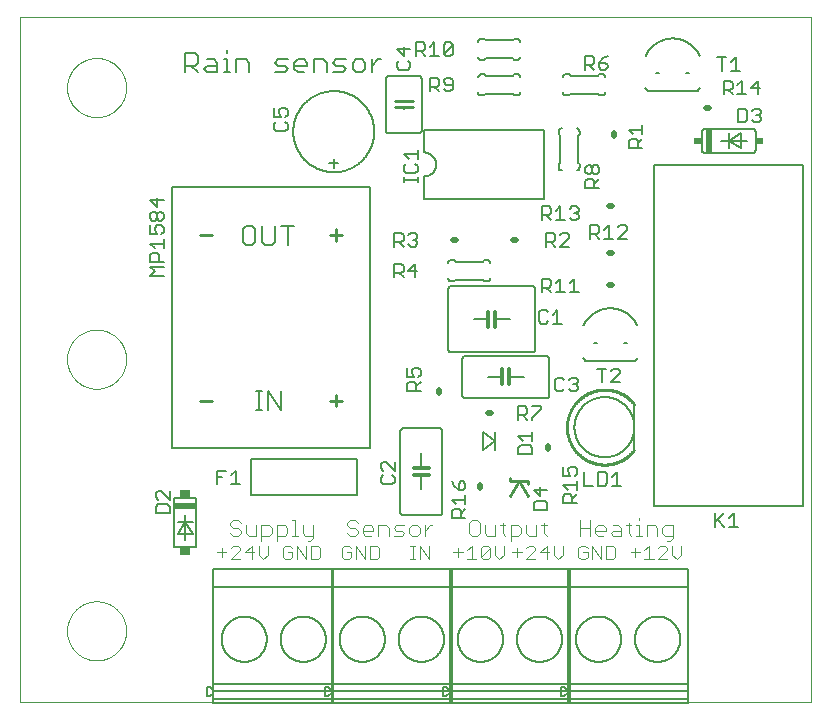
<source format=gto>
G04 EAGLE Gerber RS-274X export*
G75*
%MOMM*%
%FSLAX34Y34*%
%LPD*%
%INSilk Top*%
%IPPOS*%
%AMOC8*
5,1,8,0,0,1.08239X$1,22.5*%
G01*
%ADD10C,0.000000*%
%ADD11C,0.101600*%
%ADD12C,0.152400*%
%ADD13R,1.870000X0.508000*%
%ADD14R,0.850000X0.635000*%
%ADD15C,0.127000*%
%ADD16R,0.508000X2.032000*%
%ADD17R,0.635000X0.508000*%
%ADD18C,0.304800*%
%ADD19C,0.508000*%
%ADD20C,0.254000*%
%ADD21C,0.203200*%


D10*
X0Y0D02*
X670000Y0D01*
X670000Y580000D01*
X0Y580000D01*
X0Y0D01*
D11*
X474033Y140508D02*
X474033Y153727D01*
X474033Y147118D02*
X482846Y147118D01*
X482846Y153727D02*
X482846Y140508D01*
X489334Y140508D02*
X493740Y140508D01*
X489334Y140508D02*
X487131Y142711D01*
X487131Y147118D01*
X489334Y149321D01*
X493740Y149321D01*
X495943Y147118D01*
X495943Y144914D01*
X487131Y144914D01*
X502431Y149321D02*
X506837Y149321D01*
X509041Y147118D01*
X509041Y140508D01*
X502431Y140508D01*
X500228Y142711D01*
X502431Y144914D01*
X509041Y144914D01*
X515528Y142711D02*
X515528Y151524D01*
X515528Y142711D02*
X517731Y140508D01*
X517731Y149321D02*
X513325Y149321D01*
X522057Y149321D02*
X524260Y149321D01*
X524260Y140508D01*
X522057Y140508D02*
X526463Y140508D01*
X524260Y153727D02*
X524260Y155931D01*
X530788Y149321D02*
X530788Y140508D01*
X530788Y149321D02*
X537398Y149321D01*
X539601Y147118D01*
X539601Y140508D01*
X548292Y136102D02*
X550495Y136102D01*
X552698Y138305D01*
X552698Y149321D01*
X546089Y149321D01*
X543885Y147118D01*
X543885Y142711D01*
X546089Y140508D01*
X552698Y140508D01*
X524916Y126355D02*
X517120Y126355D01*
X521018Y130253D02*
X521018Y122457D01*
X528814Y128304D02*
X532712Y132202D01*
X532712Y120508D01*
X528814Y120508D02*
X536610Y120508D01*
X540508Y120508D02*
X548304Y120508D01*
X540508Y120508D02*
X548304Y128304D01*
X548304Y130253D01*
X546355Y132202D01*
X542457Y132202D01*
X540508Y130253D01*
X552202Y132202D02*
X552202Y124406D01*
X556100Y120508D01*
X559998Y124406D01*
X559998Y132202D01*
X480763Y130253D02*
X478814Y132202D01*
X474916Y132202D01*
X472967Y130253D01*
X472967Y122457D01*
X474916Y120508D01*
X478814Y120508D01*
X480763Y122457D01*
X480763Y126355D01*
X476865Y126355D01*
X484661Y120508D02*
X484661Y132202D01*
X492457Y120508D01*
X492457Y132202D01*
X496355Y132202D02*
X496355Y120508D01*
X502202Y120508D01*
X504151Y122457D01*
X504151Y130253D01*
X502202Y132202D01*
X496355Y132202D01*
X387192Y153727D02*
X382785Y153727D01*
X380582Y151524D01*
X380582Y142711D01*
X382785Y140508D01*
X387192Y140508D01*
X389395Y142711D01*
X389395Y151524D01*
X387192Y153727D01*
X393679Y149321D02*
X393679Y142711D01*
X395882Y140508D01*
X402492Y140508D01*
X402492Y149321D01*
X408980Y151524D02*
X408980Y142711D01*
X411183Y140508D01*
X411183Y149321D02*
X406776Y149321D01*
X415508Y149321D02*
X415508Y136102D01*
X415508Y149321D02*
X422118Y149321D01*
X424321Y147118D01*
X424321Y142711D01*
X422118Y140508D01*
X415508Y140508D01*
X428605Y142711D02*
X428605Y149321D01*
X428605Y142711D02*
X430808Y140508D01*
X437418Y140508D01*
X437418Y149321D01*
X443906Y151524D02*
X443906Y142711D01*
X446109Y140508D01*
X446109Y149321D02*
X441702Y149321D01*
X424916Y126355D02*
X417120Y126355D01*
X421018Y130253D02*
X421018Y122457D01*
X428814Y120508D02*
X436610Y120508D01*
X428814Y120508D02*
X436610Y128304D01*
X436610Y130253D01*
X434661Y132202D01*
X430763Y132202D01*
X428814Y130253D01*
X446355Y132202D02*
X446355Y120508D01*
X440508Y126355D02*
X446355Y132202D01*
X448304Y126355D02*
X440508Y126355D01*
X452202Y124406D02*
X452202Y132202D01*
X452202Y124406D02*
X456100Y120508D01*
X459998Y124406D01*
X459998Y132202D01*
X374916Y126355D02*
X367120Y126355D01*
X371018Y130253D02*
X371018Y122457D01*
X378814Y128304D02*
X382712Y132202D01*
X382712Y120508D01*
X378814Y120508D02*
X386610Y120508D01*
X390508Y122457D02*
X390508Y130253D01*
X392457Y132202D01*
X396355Y132202D01*
X398304Y130253D01*
X398304Y122457D01*
X396355Y120508D01*
X392457Y120508D01*
X390508Y122457D01*
X398304Y130253D01*
X402202Y132202D02*
X402202Y124406D01*
X406100Y120508D01*
X409998Y124406D01*
X409998Y132202D01*
D12*
X139811Y532982D02*
X139811Y549252D01*
X147946Y549252D01*
X150658Y546540D01*
X150658Y541117D01*
X147946Y538405D01*
X139811Y538405D01*
X145234Y538405D02*
X150658Y532982D01*
X158894Y543829D02*
X164318Y543829D01*
X167029Y541117D01*
X167029Y532982D01*
X158894Y532982D01*
X156183Y535694D01*
X158894Y538405D01*
X167029Y538405D01*
X172554Y543829D02*
X175266Y543829D01*
X175266Y532982D01*
X172554Y532982D02*
X177978Y532982D01*
X175266Y549252D02*
X175266Y551964D01*
X183469Y543829D02*
X183469Y532982D01*
X183469Y543829D02*
X191604Y543829D01*
X194315Y541117D01*
X194315Y532982D01*
X216212Y532982D02*
X224347Y532982D01*
X227058Y535694D01*
X224347Y538405D01*
X218923Y538405D01*
X216212Y541117D01*
X218923Y543829D01*
X227058Y543829D01*
X235295Y532982D02*
X240718Y532982D01*
X235295Y532982D02*
X232583Y535694D01*
X232583Y541117D01*
X235295Y543829D01*
X240718Y543829D01*
X243430Y541117D01*
X243430Y538405D01*
X232583Y538405D01*
X248955Y532982D02*
X248955Y543829D01*
X257090Y543829D01*
X259801Y541117D01*
X259801Y532982D01*
X265326Y532982D02*
X273461Y532982D01*
X276173Y535694D01*
X273461Y538405D01*
X268038Y538405D01*
X265326Y541117D01*
X268038Y543829D01*
X276173Y543829D01*
X284410Y532982D02*
X289833Y532982D01*
X292545Y535694D01*
X292545Y541117D01*
X289833Y543829D01*
X284410Y543829D01*
X281698Y541117D01*
X281698Y535694D01*
X284410Y532982D01*
X298070Y532982D02*
X298070Y543829D01*
X303493Y543829D02*
X298070Y538405D01*
X303493Y543829D02*
X306205Y543829D01*
D11*
X228814Y132202D02*
X230763Y130253D01*
X228814Y132202D02*
X224916Y132202D01*
X222967Y130253D01*
X222967Y122457D01*
X224916Y120508D01*
X228814Y120508D01*
X230763Y122457D01*
X230763Y126355D01*
X226865Y126355D01*
X234661Y120508D02*
X234661Y132202D01*
X242457Y120508D01*
X242457Y132202D01*
X246355Y132202D02*
X246355Y120508D01*
X252202Y120508D01*
X254151Y122457D01*
X254151Y130253D01*
X252202Y132202D01*
X246355Y132202D01*
X283917Y153727D02*
X286120Y151524D01*
X283917Y153727D02*
X279511Y153727D01*
X277308Y151524D01*
X277308Y149321D01*
X279511Y147118D01*
X283917Y147118D01*
X286120Y144914D01*
X286120Y142711D01*
X283917Y140508D01*
X279511Y140508D01*
X277308Y142711D01*
X292608Y140508D02*
X297015Y140508D01*
X292608Y140508D02*
X290405Y142711D01*
X290405Y147118D01*
X292608Y149321D01*
X297015Y149321D01*
X299218Y147118D01*
X299218Y144914D01*
X290405Y144914D01*
X303502Y140508D02*
X303502Y149321D01*
X310112Y149321D01*
X312315Y147118D01*
X312315Y140508D01*
X316599Y140508D02*
X323209Y140508D01*
X325412Y142711D01*
X323209Y144914D01*
X318803Y144914D01*
X316599Y147118D01*
X318803Y149321D01*
X325412Y149321D01*
X331900Y140508D02*
X336306Y140508D01*
X338509Y142711D01*
X338509Y147118D01*
X336306Y149321D01*
X331900Y149321D01*
X329697Y147118D01*
X329697Y142711D01*
X331900Y140508D01*
X342794Y140508D02*
X342794Y149321D01*
X347200Y149321D02*
X342794Y144914D01*
X347200Y149321D02*
X349404Y149321D01*
X174916Y126355D02*
X167120Y126355D01*
X171018Y130253D02*
X171018Y122457D01*
X178814Y120508D02*
X186610Y120508D01*
X178814Y120508D02*
X186610Y128304D01*
X186610Y130253D01*
X184661Y132202D01*
X180763Y132202D01*
X178814Y130253D01*
X196355Y132202D02*
X196355Y120508D01*
X190508Y126355D02*
X196355Y132202D01*
X198304Y126355D02*
X190508Y126355D01*
X202202Y124406D02*
X202202Y132202D01*
X202202Y124406D02*
X206100Y120508D01*
X209998Y124406D01*
X209998Y132202D01*
X278814Y132202D02*
X280763Y130253D01*
X278814Y132202D02*
X274916Y132202D01*
X272967Y130253D01*
X272967Y122457D01*
X274916Y120508D01*
X278814Y120508D01*
X280763Y122457D01*
X280763Y126355D01*
X276865Y126355D01*
X284661Y120508D02*
X284661Y132202D01*
X292457Y120508D01*
X292457Y132202D01*
X296355Y132202D02*
X296355Y120508D01*
X302202Y120508D01*
X304151Y122457D01*
X304151Y130253D01*
X302202Y132202D01*
X296355Y132202D01*
X330763Y120508D02*
X334661Y120508D01*
X332712Y120508D02*
X332712Y132202D01*
X330763Y132202D02*
X334661Y132202D01*
X338559Y132202D02*
X338559Y120508D01*
X346355Y120508D02*
X338559Y132202D01*
X346355Y132202D02*
X346355Y120508D01*
X187212Y151524D02*
X185009Y153727D01*
X180602Y153727D01*
X178399Y151524D01*
X178399Y149321D01*
X180602Y147118D01*
X185009Y147118D01*
X187212Y144914D01*
X187212Y142711D01*
X185009Y140508D01*
X180602Y140508D01*
X178399Y142711D01*
X191496Y142711D02*
X191496Y149321D01*
X191496Y142711D02*
X193700Y140508D01*
X200309Y140508D01*
X200309Y149321D01*
X204594Y149321D02*
X204594Y136102D01*
X204594Y149321D02*
X211203Y149321D01*
X213406Y147118D01*
X213406Y142711D01*
X211203Y140508D01*
X204594Y140508D01*
X217691Y136102D02*
X217691Y149321D01*
X224300Y149321D01*
X226504Y147118D01*
X226504Y142711D01*
X224300Y140508D01*
X217691Y140508D01*
X230788Y153727D02*
X232991Y153727D01*
X232991Y140508D01*
X230788Y140508D02*
X235194Y140508D01*
X239520Y142711D02*
X239520Y149321D01*
X239520Y142711D02*
X241723Y140508D01*
X248332Y140508D01*
X248332Y138305D02*
X248332Y149321D01*
X248332Y138305D02*
X246129Y136102D01*
X243926Y136102D01*
D10*
X40000Y520000D02*
X40008Y520614D01*
X40030Y521227D01*
X40068Y521839D01*
X40120Y522450D01*
X40188Y523060D01*
X40271Y523668D01*
X40368Y524274D01*
X40480Y524877D01*
X40607Y525478D01*
X40749Y526075D01*
X40906Y526668D01*
X41076Y527257D01*
X41262Y527842D01*
X41461Y528422D01*
X41675Y528997D01*
X41903Y529567D01*
X42145Y530131D01*
X42400Y530689D01*
X42669Y531240D01*
X42952Y531785D01*
X43248Y532322D01*
X43557Y532853D01*
X43879Y533375D01*
X44213Y533889D01*
X44560Y534395D01*
X44920Y534892D01*
X45291Y535381D01*
X45675Y535860D01*
X46070Y536329D01*
X46476Y536789D01*
X46894Y537239D01*
X47322Y537678D01*
X47761Y538106D01*
X48211Y538524D01*
X48671Y538930D01*
X49140Y539325D01*
X49619Y539709D01*
X50108Y540080D01*
X50605Y540440D01*
X51111Y540787D01*
X51625Y541121D01*
X52147Y541443D01*
X52678Y541752D01*
X53215Y542048D01*
X53760Y542331D01*
X54311Y542600D01*
X54869Y542855D01*
X55433Y543097D01*
X56003Y543325D01*
X56578Y543539D01*
X57158Y543738D01*
X57743Y543924D01*
X58332Y544094D01*
X58925Y544251D01*
X59522Y544393D01*
X60123Y544520D01*
X60726Y544632D01*
X61332Y544729D01*
X61940Y544812D01*
X62550Y544880D01*
X63161Y544932D01*
X63773Y544970D01*
X64386Y544992D01*
X65000Y545000D01*
X65614Y544992D01*
X66227Y544970D01*
X66839Y544932D01*
X67450Y544880D01*
X68060Y544812D01*
X68668Y544729D01*
X69274Y544632D01*
X69877Y544520D01*
X70478Y544393D01*
X71075Y544251D01*
X71668Y544094D01*
X72257Y543924D01*
X72842Y543738D01*
X73422Y543539D01*
X73997Y543325D01*
X74567Y543097D01*
X75131Y542855D01*
X75689Y542600D01*
X76240Y542331D01*
X76785Y542048D01*
X77322Y541752D01*
X77853Y541443D01*
X78375Y541121D01*
X78889Y540787D01*
X79395Y540440D01*
X79892Y540080D01*
X80381Y539709D01*
X80860Y539325D01*
X81329Y538930D01*
X81789Y538524D01*
X82239Y538106D01*
X82678Y537678D01*
X83106Y537239D01*
X83524Y536789D01*
X83930Y536329D01*
X84325Y535860D01*
X84709Y535381D01*
X85080Y534892D01*
X85440Y534395D01*
X85787Y533889D01*
X86121Y533375D01*
X86443Y532853D01*
X86752Y532322D01*
X87048Y531785D01*
X87331Y531240D01*
X87600Y530689D01*
X87855Y530131D01*
X88097Y529567D01*
X88325Y528997D01*
X88539Y528422D01*
X88738Y527842D01*
X88924Y527257D01*
X89094Y526668D01*
X89251Y526075D01*
X89393Y525478D01*
X89520Y524877D01*
X89632Y524274D01*
X89729Y523668D01*
X89812Y523060D01*
X89880Y522450D01*
X89932Y521839D01*
X89970Y521227D01*
X89992Y520614D01*
X90000Y520000D01*
X89992Y519386D01*
X89970Y518773D01*
X89932Y518161D01*
X89880Y517550D01*
X89812Y516940D01*
X89729Y516332D01*
X89632Y515726D01*
X89520Y515123D01*
X89393Y514522D01*
X89251Y513925D01*
X89094Y513332D01*
X88924Y512743D01*
X88738Y512158D01*
X88539Y511578D01*
X88325Y511003D01*
X88097Y510433D01*
X87855Y509869D01*
X87600Y509311D01*
X87331Y508760D01*
X87048Y508215D01*
X86752Y507678D01*
X86443Y507147D01*
X86121Y506625D01*
X85787Y506111D01*
X85440Y505605D01*
X85080Y505108D01*
X84709Y504619D01*
X84325Y504140D01*
X83930Y503671D01*
X83524Y503211D01*
X83106Y502761D01*
X82678Y502322D01*
X82239Y501894D01*
X81789Y501476D01*
X81329Y501070D01*
X80860Y500675D01*
X80381Y500291D01*
X79892Y499920D01*
X79395Y499560D01*
X78889Y499213D01*
X78375Y498879D01*
X77853Y498557D01*
X77322Y498248D01*
X76785Y497952D01*
X76240Y497669D01*
X75689Y497400D01*
X75131Y497145D01*
X74567Y496903D01*
X73997Y496675D01*
X73422Y496461D01*
X72842Y496262D01*
X72257Y496076D01*
X71668Y495906D01*
X71075Y495749D01*
X70478Y495607D01*
X69877Y495480D01*
X69274Y495368D01*
X68668Y495271D01*
X68060Y495188D01*
X67450Y495120D01*
X66839Y495068D01*
X66227Y495030D01*
X65614Y495008D01*
X65000Y495000D01*
X64386Y495008D01*
X63773Y495030D01*
X63161Y495068D01*
X62550Y495120D01*
X61940Y495188D01*
X61332Y495271D01*
X60726Y495368D01*
X60123Y495480D01*
X59522Y495607D01*
X58925Y495749D01*
X58332Y495906D01*
X57743Y496076D01*
X57158Y496262D01*
X56578Y496461D01*
X56003Y496675D01*
X55433Y496903D01*
X54869Y497145D01*
X54311Y497400D01*
X53760Y497669D01*
X53215Y497952D01*
X52678Y498248D01*
X52147Y498557D01*
X51625Y498879D01*
X51111Y499213D01*
X50605Y499560D01*
X50108Y499920D01*
X49619Y500291D01*
X49140Y500675D01*
X48671Y501070D01*
X48211Y501476D01*
X47761Y501894D01*
X47322Y502322D01*
X46894Y502761D01*
X46476Y503211D01*
X46070Y503671D01*
X45675Y504140D01*
X45291Y504619D01*
X44920Y505108D01*
X44560Y505605D01*
X44213Y506111D01*
X43879Y506625D01*
X43557Y507147D01*
X43248Y507678D01*
X42952Y508215D01*
X42669Y508760D01*
X42400Y509311D01*
X42145Y509869D01*
X41903Y510433D01*
X41675Y511003D01*
X41461Y511578D01*
X41262Y512158D01*
X41076Y512743D01*
X40906Y513332D01*
X40749Y513925D01*
X40607Y514522D01*
X40480Y515123D01*
X40368Y515726D01*
X40271Y516332D01*
X40188Y516940D01*
X40120Y517550D01*
X40068Y518161D01*
X40030Y518773D01*
X40008Y519386D01*
X40000Y520000D01*
X40000Y290000D02*
X40008Y290614D01*
X40030Y291227D01*
X40068Y291839D01*
X40120Y292450D01*
X40188Y293060D01*
X40271Y293668D01*
X40368Y294274D01*
X40480Y294877D01*
X40607Y295478D01*
X40749Y296075D01*
X40906Y296668D01*
X41076Y297257D01*
X41262Y297842D01*
X41461Y298422D01*
X41675Y298997D01*
X41903Y299567D01*
X42145Y300131D01*
X42400Y300689D01*
X42669Y301240D01*
X42952Y301785D01*
X43248Y302322D01*
X43557Y302853D01*
X43879Y303375D01*
X44213Y303889D01*
X44560Y304395D01*
X44920Y304892D01*
X45291Y305381D01*
X45675Y305860D01*
X46070Y306329D01*
X46476Y306789D01*
X46894Y307239D01*
X47322Y307678D01*
X47761Y308106D01*
X48211Y308524D01*
X48671Y308930D01*
X49140Y309325D01*
X49619Y309709D01*
X50108Y310080D01*
X50605Y310440D01*
X51111Y310787D01*
X51625Y311121D01*
X52147Y311443D01*
X52678Y311752D01*
X53215Y312048D01*
X53760Y312331D01*
X54311Y312600D01*
X54869Y312855D01*
X55433Y313097D01*
X56003Y313325D01*
X56578Y313539D01*
X57158Y313738D01*
X57743Y313924D01*
X58332Y314094D01*
X58925Y314251D01*
X59522Y314393D01*
X60123Y314520D01*
X60726Y314632D01*
X61332Y314729D01*
X61940Y314812D01*
X62550Y314880D01*
X63161Y314932D01*
X63773Y314970D01*
X64386Y314992D01*
X65000Y315000D01*
X65614Y314992D01*
X66227Y314970D01*
X66839Y314932D01*
X67450Y314880D01*
X68060Y314812D01*
X68668Y314729D01*
X69274Y314632D01*
X69877Y314520D01*
X70478Y314393D01*
X71075Y314251D01*
X71668Y314094D01*
X72257Y313924D01*
X72842Y313738D01*
X73422Y313539D01*
X73997Y313325D01*
X74567Y313097D01*
X75131Y312855D01*
X75689Y312600D01*
X76240Y312331D01*
X76785Y312048D01*
X77322Y311752D01*
X77853Y311443D01*
X78375Y311121D01*
X78889Y310787D01*
X79395Y310440D01*
X79892Y310080D01*
X80381Y309709D01*
X80860Y309325D01*
X81329Y308930D01*
X81789Y308524D01*
X82239Y308106D01*
X82678Y307678D01*
X83106Y307239D01*
X83524Y306789D01*
X83930Y306329D01*
X84325Y305860D01*
X84709Y305381D01*
X85080Y304892D01*
X85440Y304395D01*
X85787Y303889D01*
X86121Y303375D01*
X86443Y302853D01*
X86752Y302322D01*
X87048Y301785D01*
X87331Y301240D01*
X87600Y300689D01*
X87855Y300131D01*
X88097Y299567D01*
X88325Y298997D01*
X88539Y298422D01*
X88738Y297842D01*
X88924Y297257D01*
X89094Y296668D01*
X89251Y296075D01*
X89393Y295478D01*
X89520Y294877D01*
X89632Y294274D01*
X89729Y293668D01*
X89812Y293060D01*
X89880Y292450D01*
X89932Y291839D01*
X89970Y291227D01*
X89992Y290614D01*
X90000Y290000D01*
X89992Y289386D01*
X89970Y288773D01*
X89932Y288161D01*
X89880Y287550D01*
X89812Y286940D01*
X89729Y286332D01*
X89632Y285726D01*
X89520Y285123D01*
X89393Y284522D01*
X89251Y283925D01*
X89094Y283332D01*
X88924Y282743D01*
X88738Y282158D01*
X88539Y281578D01*
X88325Y281003D01*
X88097Y280433D01*
X87855Y279869D01*
X87600Y279311D01*
X87331Y278760D01*
X87048Y278215D01*
X86752Y277678D01*
X86443Y277147D01*
X86121Y276625D01*
X85787Y276111D01*
X85440Y275605D01*
X85080Y275108D01*
X84709Y274619D01*
X84325Y274140D01*
X83930Y273671D01*
X83524Y273211D01*
X83106Y272761D01*
X82678Y272322D01*
X82239Y271894D01*
X81789Y271476D01*
X81329Y271070D01*
X80860Y270675D01*
X80381Y270291D01*
X79892Y269920D01*
X79395Y269560D01*
X78889Y269213D01*
X78375Y268879D01*
X77853Y268557D01*
X77322Y268248D01*
X76785Y267952D01*
X76240Y267669D01*
X75689Y267400D01*
X75131Y267145D01*
X74567Y266903D01*
X73997Y266675D01*
X73422Y266461D01*
X72842Y266262D01*
X72257Y266076D01*
X71668Y265906D01*
X71075Y265749D01*
X70478Y265607D01*
X69877Y265480D01*
X69274Y265368D01*
X68668Y265271D01*
X68060Y265188D01*
X67450Y265120D01*
X66839Y265068D01*
X66227Y265030D01*
X65614Y265008D01*
X65000Y265000D01*
X64386Y265008D01*
X63773Y265030D01*
X63161Y265068D01*
X62550Y265120D01*
X61940Y265188D01*
X61332Y265271D01*
X60726Y265368D01*
X60123Y265480D01*
X59522Y265607D01*
X58925Y265749D01*
X58332Y265906D01*
X57743Y266076D01*
X57158Y266262D01*
X56578Y266461D01*
X56003Y266675D01*
X55433Y266903D01*
X54869Y267145D01*
X54311Y267400D01*
X53760Y267669D01*
X53215Y267952D01*
X52678Y268248D01*
X52147Y268557D01*
X51625Y268879D01*
X51111Y269213D01*
X50605Y269560D01*
X50108Y269920D01*
X49619Y270291D01*
X49140Y270675D01*
X48671Y271070D01*
X48211Y271476D01*
X47761Y271894D01*
X47322Y272322D01*
X46894Y272761D01*
X46476Y273211D01*
X46070Y273671D01*
X45675Y274140D01*
X45291Y274619D01*
X44920Y275108D01*
X44560Y275605D01*
X44213Y276111D01*
X43879Y276625D01*
X43557Y277147D01*
X43248Y277678D01*
X42952Y278215D01*
X42669Y278760D01*
X42400Y279311D01*
X42145Y279869D01*
X41903Y280433D01*
X41675Y281003D01*
X41461Y281578D01*
X41262Y282158D01*
X41076Y282743D01*
X40906Y283332D01*
X40749Y283925D01*
X40607Y284522D01*
X40480Y285123D01*
X40368Y285726D01*
X40271Y286332D01*
X40188Y286940D01*
X40120Y287550D01*
X40068Y288161D01*
X40030Y288773D01*
X40008Y289386D01*
X40000Y290000D01*
X40000Y60000D02*
X40008Y60614D01*
X40030Y61227D01*
X40068Y61839D01*
X40120Y62450D01*
X40188Y63060D01*
X40271Y63668D01*
X40368Y64274D01*
X40480Y64877D01*
X40607Y65478D01*
X40749Y66075D01*
X40906Y66668D01*
X41076Y67257D01*
X41262Y67842D01*
X41461Y68422D01*
X41675Y68997D01*
X41903Y69567D01*
X42145Y70131D01*
X42400Y70689D01*
X42669Y71240D01*
X42952Y71785D01*
X43248Y72322D01*
X43557Y72853D01*
X43879Y73375D01*
X44213Y73889D01*
X44560Y74395D01*
X44920Y74892D01*
X45291Y75381D01*
X45675Y75860D01*
X46070Y76329D01*
X46476Y76789D01*
X46894Y77239D01*
X47322Y77678D01*
X47761Y78106D01*
X48211Y78524D01*
X48671Y78930D01*
X49140Y79325D01*
X49619Y79709D01*
X50108Y80080D01*
X50605Y80440D01*
X51111Y80787D01*
X51625Y81121D01*
X52147Y81443D01*
X52678Y81752D01*
X53215Y82048D01*
X53760Y82331D01*
X54311Y82600D01*
X54869Y82855D01*
X55433Y83097D01*
X56003Y83325D01*
X56578Y83539D01*
X57158Y83738D01*
X57743Y83924D01*
X58332Y84094D01*
X58925Y84251D01*
X59522Y84393D01*
X60123Y84520D01*
X60726Y84632D01*
X61332Y84729D01*
X61940Y84812D01*
X62550Y84880D01*
X63161Y84932D01*
X63773Y84970D01*
X64386Y84992D01*
X65000Y85000D01*
X65614Y84992D01*
X66227Y84970D01*
X66839Y84932D01*
X67450Y84880D01*
X68060Y84812D01*
X68668Y84729D01*
X69274Y84632D01*
X69877Y84520D01*
X70478Y84393D01*
X71075Y84251D01*
X71668Y84094D01*
X72257Y83924D01*
X72842Y83738D01*
X73422Y83539D01*
X73997Y83325D01*
X74567Y83097D01*
X75131Y82855D01*
X75689Y82600D01*
X76240Y82331D01*
X76785Y82048D01*
X77322Y81752D01*
X77853Y81443D01*
X78375Y81121D01*
X78889Y80787D01*
X79395Y80440D01*
X79892Y80080D01*
X80381Y79709D01*
X80860Y79325D01*
X81329Y78930D01*
X81789Y78524D01*
X82239Y78106D01*
X82678Y77678D01*
X83106Y77239D01*
X83524Y76789D01*
X83930Y76329D01*
X84325Y75860D01*
X84709Y75381D01*
X85080Y74892D01*
X85440Y74395D01*
X85787Y73889D01*
X86121Y73375D01*
X86443Y72853D01*
X86752Y72322D01*
X87048Y71785D01*
X87331Y71240D01*
X87600Y70689D01*
X87855Y70131D01*
X88097Y69567D01*
X88325Y68997D01*
X88539Y68422D01*
X88738Y67842D01*
X88924Y67257D01*
X89094Y66668D01*
X89251Y66075D01*
X89393Y65478D01*
X89520Y64877D01*
X89632Y64274D01*
X89729Y63668D01*
X89812Y63060D01*
X89880Y62450D01*
X89932Y61839D01*
X89970Y61227D01*
X89992Y60614D01*
X90000Y60000D01*
X89992Y59386D01*
X89970Y58773D01*
X89932Y58161D01*
X89880Y57550D01*
X89812Y56940D01*
X89729Y56332D01*
X89632Y55726D01*
X89520Y55123D01*
X89393Y54522D01*
X89251Y53925D01*
X89094Y53332D01*
X88924Y52743D01*
X88738Y52158D01*
X88539Y51578D01*
X88325Y51003D01*
X88097Y50433D01*
X87855Y49869D01*
X87600Y49311D01*
X87331Y48760D01*
X87048Y48215D01*
X86752Y47678D01*
X86443Y47147D01*
X86121Y46625D01*
X85787Y46111D01*
X85440Y45605D01*
X85080Y45108D01*
X84709Y44619D01*
X84325Y44140D01*
X83930Y43671D01*
X83524Y43211D01*
X83106Y42761D01*
X82678Y42322D01*
X82239Y41894D01*
X81789Y41476D01*
X81329Y41070D01*
X80860Y40675D01*
X80381Y40291D01*
X79892Y39920D01*
X79395Y39560D01*
X78889Y39213D01*
X78375Y38879D01*
X77853Y38557D01*
X77322Y38248D01*
X76785Y37952D01*
X76240Y37669D01*
X75689Y37400D01*
X75131Y37145D01*
X74567Y36903D01*
X73997Y36675D01*
X73422Y36461D01*
X72842Y36262D01*
X72257Y36076D01*
X71668Y35906D01*
X71075Y35749D01*
X70478Y35607D01*
X69877Y35480D01*
X69274Y35368D01*
X68668Y35271D01*
X68060Y35188D01*
X67450Y35120D01*
X66839Y35068D01*
X66227Y35030D01*
X65614Y35008D01*
X65000Y35000D01*
X64386Y35008D01*
X63773Y35030D01*
X63161Y35068D01*
X62550Y35120D01*
X61940Y35188D01*
X61332Y35271D01*
X60726Y35368D01*
X60123Y35480D01*
X59522Y35607D01*
X58925Y35749D01*
X58332Y35906D01*
X57743Y36076D01*
X57158Y36262D01*
X56578Y36461D01*
X56003Y36675D01*
X55433Y36903D01*
X54869Y37145D01*
X54311Y37400D01*
X53760Y37669D01*
X53215Y37952D01*
X52678Y38248D01*
X52147Y38557D01*
X51625Y38879D01*
X51111Y39213D01*
X50605Y39560D01*
X50108Y39920D01*
X49619Y40291D01*
X49140Y40675D01*
X48671Y41070D01*
X48211Y41476D01*
X47761Y41894D01*
X47322Y42322D01*
X46894Y42761D01*
X46476Y43211D01*
X46070Y43671D01*
X45675Y44140D01*
X45291Y44619D01*
X44920Y45108D01*
X44560Y45605D01*
X44213Y46111D01*
X43879Y46625D01*
X43557Y47147D01*
X43248Y47678D01*
X42952Y48215D01*
X42669Y48760D01*
X42400Y49311D01*
X42145Y49869D01*
X41903Y50433D01*
X41675Y51003D01*
X41461Y51578D01*
X41262Y52158D01*
X41076Y52743D01*
X40906Y53332D01*
X40749Y53925D01*
X40607Y54522D01*
X40480Y55123D01*
X40368Y55726D01*
X40271Y56332D01*
X40188Y56940D01*
X40120Y57550D01*
X40068Y58161D01*
X40030Y58773D01*
X40008Y59386D01*
X40000Y60000D01*
D12*
X130800Y131080D02*
X130800Y172720D01*
X130800Y131080D02*
X149200Y131080D01*
X149200Y172720D01*
X130800Y172720D01*
X140000Y158250D02*
X140000Y151900D01*
X146350Y141740D02*
X133650Y141740D01*
X140000Y151900D01*
X140000Y136660D01*
X146350Y141740D02*
X140000Y151900D01*
X146350Y151900D01*
X140000Y151900D02*
X133650Y151900D01*
D13*
X139850Y165870D03*
D14*
X140000Y127905D03*
X140000Y175895D03*
D15*
X126865Y159435D02*
X115425Y159435D01*
X126865Y159435D02*
X126865Y165155D01*
X124958Y167062D01*
X117332Y167062D01*
X115425Y165155D01*
X115425Y159435D01*
X126865Y171129D02*
X126865Y178755D01*
X126865Y171129D02*
X119239Y178755D01*
X117332Y178755D01*
X115425Y176849D01*
X115425Y173036D01*
X117332Y171129D01*
D12*
X593750Y475000D02*
X600100Y475000D01*
X610260Y481350D02*
X610260Y468650D01*
X600100Y475000D01*
X615340Y475000D01*
X610260Y481350D02*
X600100Y475000D01*
X600100Y481350D01*
X600100Y475000D02*
X600100Y468650D01*
X620420Y485160D02*
X620520Y485158D01*
X620619Y485152D01*
X620719Y485142D01*
X620817Y485129D01*
X620916Y485111D01*
X621013Y485090D01*
X621109Y485065D01*
X621205Y485036D01*
X621299Y485003D01*
X621392Y484967D01*
X621483Y484927D01*
X621573Y484883D01*
X621661Y484836D01*
X621747Y484786D01*
X621831Y484732D01*
X621913Y484675D01*
X621992Y484615D01*
X622070Y484551D01*
X622144Y484485D01*
X622216Y484416D01*
X622285Y484344D01*
X622351Y484270D01*
X622415Y484192D01*
X622475Y484113D01*
X622532Y484031D01*
X622586Y483947D01*
X622636Y483861D01*
X622683Y483773D01*
X622727Y483683D01*
X622767Y483592D01*
X622803Y483499D01*
X622836Y483405D01*
X622865Y483309D01*
X622890Y483213D01*
X622911Y483116D01*
X622929Y483017D01*
X622942Y482919D01*
X622952Y482819D01*
X622958Y482720D01*
X622960Y482620D01*
X622960Y467380D01*
X622958Y467280D01*
X622952Y467181D01*
X622942Y467081D01*
X622929Y466983D01*
X622911Y466884D01*
X622890Y466787D01*
X622865Y466691D01*
X622836Y466595D01*
X622803Y466501D01*
X622767Y466408D01*
X622727Y466317D01*
X622683Y466227D01*
X622636Y466139D01*
X622586Y466053D01*
X622532Y465969D01*
X622475Y465887D01*
X622415Y465808D01*
X622351Y465730D01*
X622285Y465656D01*
X622216Y465584D01*
X622144Y465515D01*
X622070Y465449D01*
X621992Y465385D01*
X621913Y465325D01*
X621831Y465268D01*
X621747Y465214D01*
X621661Y465164D01*
X621573Y465117D01*
X621483Y465073D01*
X621392Y465033D01*
X621299Y464997D01*
X621205Y464964D01*
X621109Y464935D01*
X621013Y464910D01*
X620916Y464889D01*
X620817Y464871D01*
X620719Y464858D01*
X620619Y464848D01*
X620520Y464842D01*
X620420Y464840D01*
X579780Y485160D02*
X579680Y485158D01*
X579581Y485152D01*
X579481Y485142D01*
X579383Y485129D01*
X579284Y485111D01*
X579187Y485090D01*
X579091Y485065D01*
X578995Y485036D01*
X578901Y485003D01*
X578808Y484967D01*
X578717Y484927D01*
X578627Y484883D01*
X578539Y484836D01*
X578453Y484786D01*
X578369Y484732D01*
X578287Y484675D01*
X578208Y484615D01*
X578130Y484551D01*
X578056Y484485D01*
X577984Y484416D01*
X577915Y484344D01*
X577849Y484270D01*
X577785Y484192D01*
X577725Y484113D01*
X577668Y484031D01*
X577614Y483947D01*
X577564Y483861D01*
X577517Y483773D01*
X577473Y483683D01*
X577433Y483592D01*
X577397Y483499D01*
X577364Y483405D01*
X577335Y483309D01*
X577310Y483213D01*
X577289Y483116D01*
X577271Y483017D01*
X577258Y482919D01*
X577248Y482819D01*
X577242Y482720D01*
X577240Y482620D01*
X577240Y467380D02*
X577242Y467280D01*
X577248Y467181D01*
X577258Y467081D01*
X577271Y466983D01*
X577289Y466884D01*
X577310Y466787D01*
X577335Y466691D01*
X577364Y466595D01*
X577397Y466501D01*
X577433Y466408D01*
X577473Y466317D01*
X577517Y466227D01*
X577564Y466139D01*
X577614Y466053D01*
X577668Y465969D01*
X577725Y465887D01*
X577785Y465808D01*
X577849Y465730D01*
X577915Y465656D01*
X577984Y465584D01*
X578056Y465515D01*
X578130Y465449D01*
X578208Y465385D01*
X578287Y465325D01*
X578369Y465268D01*
X578453Y465214D01*
X578539Y465164D01*
X578627Y465117D01*
X578717Y465073D01*
X578808Y465033D01*
X578901Y464997D01*
X578995Y464964D01*
X579091Y464935D01*
X579187Y464910D01*
X579284Y464889D01*
X579383Y464871D01*
X579481Y464858D01*
X579581Y464848D01*
X579680Y464842D01*
X579780Y464840D01*
X620420Y464840D01*
X577240Y467380D02*
X577240Y482620D01*
X579780Y485160D02*
X620420Y485160D01*
D16*
X583590Y475000D03*
D17*
X626135Y475000D03*
X574065Y475000D03*
D15*
X608135Y490635D02*
X608135Y502075D01*
X608135Y490635D02*
X613855Y490635D01*
X615762Y492542D01*
X615762Y500168D01*
X613855Y502075D01*
X608135Y502075D01*
X619829Y500168D02*
X621736Y502075D01*
X625549Y502075D01*
X627455Y500168D01*
X627455Y498262D01*
X625549Y496355D01*
X623642Y496355D01*
X625549Y496355D02*
X627455Y494448D01*
X627455Y492542D01*
X625549Y490635D01*
X621736Y490635D01*
X619829Y492542D01*
D12*
X402580Y220400D02*
X392420Y212780D01*
X402580Y220400D02*
X392420Y228020D01*
X402580Y220400D02*
X402580Y212780D01*
X402580Y220400D02*
X402580Y228020D01*
X392420Y228020D02*
X392420Y212780D01*
D15*
X422125Y209341D02*
X433565Y209341D01*
X433565Y215061D01*
X431658Y216968D01*
X424032Y216968D01*
X422125Y215061D01*
X422125Y209341D01*
X425939Y221035D02*
X422125Y224848D01*
X433565Y224848D01*
X433565Y221035D02*
X433565Y228661D01*
D12*
X443900Y484210D02*
X342300Y484210D01*
X342300Y425790D02*
X443900Y425790D01*
X443900Y484210D01*
X342300Y484210D02*
X342300Y465160D01*
X342300Y444840D02*
X342300Y425790D01*
X342300Y444840D02*
X342547Y444843D01*
X342795Y444852D01*
X343042Y444867D01*
X343288Y444888D01*
X343534Y444915D01*
X343779Y444948D01*
X344024Y444987D01*
X344267Y445032D01*
X344509Y445083D01*
X344750Y445140D01*
X344989Y445202D01*
X345227Y445271D01*
X345463Y445345D01*
X345697Y445425D01*
X345929Y445510D01*
X346159Y445602D01*
X346387Y445698D01*
X346612Y445801D01*
X346835Y445908D01*
X347055Y446022D01*
X347272Y446140D01*
X347487Y446264D01*
X347698Y446393D01*
X347906Y446527D01*
X348111Y446666D01*
X348312Y446810D01*
X348510Y446958D01*
X348704Y447112D01*
X348894Y447270D01*
X349080Y447433D01*
X349262Y447600D01*
X349440Y447772D01*
X349614Y447948D01*
X349784Y448128D01*
X349949Y448313D01*
X350109Y448501D01*
X350265Y448693D01*
X350417Y448889D01*
X350563Y449088D01*
X350705Y449291D01*
X350841Y449498D01*
X350973Y449707D01*
X351099Y449920D01*
X351220Y450136D01*
X351336Y450354D01*
X351446Y450576D01*
X351551Y450800D01*
X351651Y451026D01*
X351745Y451255D01*
X351833Y451486D01*
X351916Y451720D01*
X351993Y451955D01*
X352064Y452192D01*
X352130Y452430D01*
X352189Y452670D01*
X352243Y452912D01*
X352291Y453155D01*
X352333Y453398D01*
X352369Y453643D01*
X352399Y453889D01*
X352423Y454135D01*
X352441Y454382D01*
X352453Y454629D01*
X352459Y454876D01*
X352459Y455124D01*
X352453Y455371D01*
X352441Y455618D01*
X352423Y455865D01*
X352399Y456111D01*
X352369Y456357D01*
X352333Y456602D01*
X352291Y456845D01*
X352243Y457088D01*
X352189Y457330D01*
X352130Y457570D01*
X352064Y457808D01*
X351993Y458045D01*
X351916Y458280D01*
X351833Y458514D01*
X351745Y458745D01*
X351651Y458974D01*
X351551Y459200D01*
X351446Y459424D01*
X351336Y459646D01*
X351220Y459864D01*
X351099Y460080D01*
X350973Y460293D01*
X350841Y460502D01*
X350705Y460709D01*
X350563Y460912D01*
X350417Y461111D01*
X350265Y461307D01*
X350109Y461499D01*
X349949Y461687D01*
X349784Y461872D01*
X349614Y462052D01*
X349440Y462228D01*
X349262Y462400D01*
X349080Y462567D01*
X348894Y462730D01*
X348704Y462888D01*
X348510Y463042D01*
X348312Y463190D01*
X348111Y463334D01*
X347906Y463473D01*
X347698Y463607D01*
X347487Y463736D01*
X347272Y463860D01*
X347055Y463978D01*
X346835Y464092D01*
X346612Y464199D01*
X346387Y464302D01*
X346159Y464398D01*
X345929Y464490D01*
X345697Y464575D01*
X345463Y464655D01*
X345227Y464729D01*
X344989Y464798D01*
X344750Y464860D01*
X344509Y464917D01*
X344267Y464968D01*
X344024Y465013D01*
X343779Y465052D01*
X343534Y465085D01*
X343288Y465112D01*
X343042Y465133D01*
X342795Y465148D01*
X342547Y465157D01*
X342300Y465160D01*
D15*
X336865Y443856D02*
X336865Y440043D01*
X336865Y441950D02*
X325425Y441950D01*
X325425Y443856D02*
X325425Y440043D01*
X325425Y453559D02*
X327332Y455466D01*
X325425Y453559D02*
X325425Y449746D01*
X327332Y447839D01*
X334958Y447839D01*
X336865Y449746D01*
X336865Y453559D01*
X334958Y455466D01*
X329239Y459533D02*
X325425Y463346D01*
X336865Y463346D01*
X336865Y459533D02*
X336865Y467159D01*
D12*
X531750Y516990D02*
X573650Y516990D01*
X575630Y547059D02*
X575361Y547614D01*
X575078Y548161D01*
X574783Y548702D01*
X574474Y549235D01*
X574152Y549761D01*
X573817Y550279D01*
X573470Y550788D01*
X573111Y551289D01*
X572740Y551781D01*
X572356Y552263D01*
X571962Y552737D01*
X571555Y553200D01*
X571138Y553654D01*
X570710Y554097D01*
X570271Y554529D01*
X569821Y554951D01*
X569362Y555362D01*
X568893Y555762D01*
X568414Y556150D01*
X567926Y556526D01*
X567428Y556890D01*
X566923Y557242D01*
X566408Y557582D01*
X565886Y557909D01*
X565356Y558223D01*
X564818Y558524D01*
X564273Y558812D01*
X563721Y559087D01*
X563163Y559348D01*
X562599Y559596D01*
X562029Y559830D01*
X561453Y560050D01*
X560872Y560255D01*
X560286Y560447D01*
X559696Y560624D01*
X559101Y560787D01*
X558503Y560936D01*
X557902Y561069D01*
X557297Y561189D01*
X556690Y561293D01*
X556080Y561383D01*
X555468Y561457D01*
X554855Y561517D01*
X554240Y561562D01*
X553624Y561592D01*
X553008Y561607D01*
X552392Y561607D01*
X551776Y561592D01*
X551160Y561562D01*
X550545Y561517D01*
X549932Y561457D01*
X549320Y561383D01*
X548710Y561293D01*
X548103Y561189D01*
X547498Y561069D01*
X546897Y560936D01*
X546299Y560787D01*
X545704Y560624D01*
X545114Y560447D01*
X544528Y560255D01*
X543947Y560050D01*
X543371Y559830D01*
X542801Y559596D01*
X542237Y559348D01*
X541679Y559087D01*
X541127Y558812D01*
X540582Y558524D01*
X540044Y558223D01*
X539514Y557909D01*
X538992Y557582D01*
X538477Y557242D01*
X537972Y556890D01*
X537474Y556526D01*
X536986Y556150D01*
X536507Y555762D01*
X536038Y555362D01*
X535579Y554951D01*
X535129Y554529D01*
X534690Y554097D01*
X534262Y553654D01*
X533845Y553200D01*
X533438Y552737D01*
X533044Y552263D01*
X532660Y551781D01*
X532289Y551289D01*
X531930Y550788D01*
X531583Y550279D01*
X531248Y549761D01*
X530926Y549235D01*
X530617Y548702D01*
X530322Y548161D01*
X530039Y547614D01*
X529770Y547059D01*
X529765Y519941D02*
X529933Y519627D01*
X530107Y519316D01*
X530289Y519010D01*
X530478Y518707D01*
X530673Y518409D01*
X530876Y518116D01*
X531085Y517827D01*
X531300Y517543D01*
X531522Y517264D01*
X531750Y516991D01*
X538660Y532230D02*
X541340Y532230D01*
X564060Y532230D02*
X566740Y532230D01*
X575635Y519941D02*
X575467Y519627D01*
X575293Y519316D01*
X575111Y519010D01*
X574922Y518707D01*
X574727Y518409D01*
X574524Y518116D01*
X574315Y517827D01*
X574100Y517543D01*
X573878Y517264D01*
X573650Y516991D01*
D15*
X594448Y534135D02*
X594448Y545575D01*
X590635Y545575D02*
X598262Y545575D01*
X602329Y541762D02*
X606142Y545575D01*
X606142Y534135D01*
X602329Y534135D02*
X609955Y534135D01*
D12*
X520950Y288490D02*
X479050Y288490D01*
X477070Y318559D02*
X477339Y319114D01*
X477622Y319661D01*
X477917Y320202D01*
X478226Y320735D01*
X478548Y321261D01*
X478883Y321779D01*
X479230Y322288D01*
X479589Y322789D01*
X479960Y323281D01*
X480344Y323763D01*
X480738Y324237D01*
X481145Y324700D01*
X481562Y325154D01*
X481990Y325597D01*
X482429Y326029D01*
X482879Y326451D01*
X483338Y326862D01*
X483807Y327262D01*
X484286Y327650D01*
X484774Y328026D01*
X485272Y328390D01*
X485777Y328742D01*
X486292Y329082D01*
X486814Y329409D01*
X487344Y329723D01*
X487882Y330024D01*
X488427Y330312D01*
X488979Y330587D01*
X489537Y330848D01*
X490101Y331096D01*
X490671Y331330D01*
X491247Y331550D01*
X491828Y331755D01*
X492414Y331947D01*
X493004Y332124D01*
X493599Y332287D01*
X494197Y332436D01*
X494798Y332569D01*
X495403Y332689D01*
X496010Y332793D01*
X496620Y332883D01*
X497232Y332957D01*
X497845Y333017D01*
X498460Y333062D01*
X499076Y333092D01*
X499692Y333107D01*
X500308Y333107D01*
X500924Y333092D01*
X501540Y333062D01*
X502155Y333017D01*
X502768Y332957D01*
X503380Y332883D01*
X503990Y332793D01*
X504597Y332689D01*
X505202Y332569D01*
X505803Y332436D01*
X506401Y332287D01*
X506996Y332124D01*
X507586Y331947D01*
X508172Y331755D01*
X508753Y331550D01*
X509329Y331330D01*
X509899Y331096D01*
X510463Y330848D01*
X511021Y330587D01*
X511573Y330312D01*
X512118Y330024D01*
X512656Y329723D01*
X513186Y329409D01*
X513708Y329082D01*
X514223Y328742D01*
X514728Y328390D01*
X515226Y328026D01*
X515714Y327650D01*
X516193Y327262D01*
X516662Y326862D01*
X517121Y326451D01*
X517571Y326029D01*
X518010Y325597D01*
X518438Y325154D01*
X518855Y324700D01*
X519262Y324237D01*
X519656Y323763D01*
X520040Y323281D01*
X520411Y322789D01*
X520770Y322288D01*
X521117Y321779D01*
X521452Y321261D01*
X521774Y320735D01*
X522083Y320202D01*
X522378Y319661D01*
X522661Y319114D01*
X522930Y318559D01*
X479050Y288491D02*
X478822Y288764D01*
X478600Y289043D01*
X478385Y289327D01*
X478176Y289616D01*
X477973Y289909D01*
X477778Y290207D01*
X477589Y290510D01*
X477407Y290816D01*
X477233Y291127D01*
X477065Y291441D01*
X485960Y303730D02*
X488640Y303730D01*
X511360Y303730D02*
X514040Y303730D01*
X522935Y291441D02*
X522767Y291127D01*
X522593Y290816D01*
X522411Y290510D01*
X522222Y290207D01*
X522027Y289909D01*
X521824Y289616D01*
X521615Y289327D01*
X521400Y289043D01*
X521178Y288764D01*
X520950Y288491D01*
D15*
X492754Y281875D02*
X492754Y270435D01*
X488941Y281875D02*
X496568Y281875D01*
X500635Y270435D02*
X508262Y270435D01*
X500635Y270435D02*
X508262Y278062D01*
X508262Y279968D01*
X506355Y281875D01*
X502542Y281875D01*
X500635Y279968D01*
D18*
X346350Y198048D02*
X340000Y198048D01*
X333650Y198048D01*
D12*
X340000Y198048D02*
X340000Y210240D01*
D18*
X340000Y191698D02*
X346350Y191698D01*
X340000Y191698D02*
X333650Y191698D01*
D12*
X340000Y191698D02*
X340000Y179760D01*
X355240Y231830D02*
X324760Y231830D01*
X322220Y229290D02*
X322220Y160710D01*
X324760Y158170D02*
X355240Y158170D01*
X357780Y160710D02*
X357780Y229290D01*
X357780Y160710D02*
X357778Y160610D01*
X357772Y160511D01*
X357762Y160411D01*
X357749Y160313D01*
X357731Y160214D01*
X357710Y160117D01*
X357685Y160021D01*
X357656Y159925D01*
X357623Y159831D01*
X357587Y159738D01*
X357547Y159647D01*
X357503Y159557D01*
X357456Y159469D01*
X357406Y159383D01*
X357352Y159299D01*
X357295Y159217D01*
X357235Y159138D01*
X357171Y159060D01*
X357105Y158986D01*
X357036Y158914D01*
X356964Y158845D01*
X356890Y158779D01*
X356812Y158715D01*
X356733Y158655D01*
X356651Y158598D01*
X356567Y158544D01*
X356481Y158494D01*
X356393Y158447D01*
X356303Y158403D01*
X356212Y158363D01*
X356119Y158327D01*
X356025Y158294D01*
X355929Y158265D01*
X355833Y158240D01*
X355736Y158219D01*
X355637Y158201D01*
X355539Y158188D01*
X355439Y158178D01*
X355340Y158172D01*
X355240Y158170D01*
X324760Y158170D02*
X324660Y158172D01*
X324561Y158178D01*
X324461Y158188D01*
X324363Y158201D01*
X324264Y158219D01*
X324167Y158240D01*
X324071Y158265D01*
X323975Y158294D01*
X323881Y158327D01*
X323788Y158363D01*
X323697Y158403D01*
X323607Y158447D01*
X323519Y158494D01*
X323433Y158544D01*
X323349Y158598D01*
X323267Y158655D01*
X323188Y158715D01*
X323110Y158779D01*
X323036Y158845D01*
X322964Y158914D01*
X322895Y158986D01*
X322829Y159060D01*
X322765Y159138D01*
X322705Y159217D01*
X322648Y159299D01*
X322594Y159383D01*
X322544Y159469D01*
X322497Y159557D01*
X322453Y159647D01*
X322413Y159738D01*
X322377Y159831D01*
X322344Y159925D01*
X322315Y160021D01*
X322290Y160117D01*
X322269Y160214D01*
X322251Y160313D01*
X322238Y160411D01*
X322228Y160511D01*
X322222Y160610D01*
X322220Y160710D01*
X322220Y229290D02*
X322222Y229390D01*
X322228Y229489D01*
X322238Y229589D01*
X322251Y229687D01*
X322269Y229786D01*
X322290Y229883D01*
X322315Y229979D01*
X322344Y230075D01*
X322377Y230169D01*
X322413Y230262D01*
X322453Y230353D01*
X322497Y230443D01*
X322544Y230531D01*
X322594Y230617D01*
X322648Y230701D01*
X322705Y230783D01*
X322765Y230862D01*
X322829Y230940D01*
X322895Y231014D01*
X322964Y231086D01*
X323036Y231155D01*
X323110Y231221D01*
X323188Y231285D01*
X323267Y231345D01*
X323349Y231402D01*
X323433Y231456D01*
X323519Y231506D01*
X323607Y231553D01*
X323697Y231597D01*
X323788Y231637D01*
X323881Y231673D01*
X323975Y231706D01*
X324071Y231735D01*
X324167Y231760D01*
X324264Y231781D01*
X324363Y231799D01*
X324461Y231812D01*
X324561Y231822D01*
X324660Y231828D01*
X324760Y231830D01*
X355240Y231830D02*
X355340Y231828D01*
X355439Y231822D01*
X355539Y231812D01*
X355637Y231799D01*
X355736Y231781D01*
X355833Y231760D01*
X355929Y231735D01*
X356025Y231706D01*
X356119Y231673D01*
X356212Y231637D01*
X356303Y231597D01*
X356393Y231553D01*
X356481Y231506D01*
X356567Y231456D01*
X356651Y231402D01*
X356733Y231345D01*
X356812Y231285D01*
X356890Y231221D01*
X356964Y231155D01*
X357036Y231086D01*
X357105Y231014D01*
X357171Y230940D01*
X357235Y230862D01*
X357295Y230783D01*
X357352Y230701D01*
X357406Y230617D01*
X357456Y230531D01*
X357503Y230443D01*
X357547Y230353D01*
X357587Y230262D01*
X357623Y230169D01*
X357656Y230075D01*
X357685Y229979D01*
X357710Y229883D01*
X357731Y229786D01*
X357749Y229687D01*
X357762Y229589D01*
X357772Y229489D01*
X357778Y229390D01*
X357780Y229290D01*
D15*
X307832Y191568D02*
X305925Y189661D01*
X305925Y185848D01*
X307832Y183941D01*
X315458Y183941D01*
X317365Y185848D01*
X317365Y189661D01*
X315458Y191568D01*
X317365Y195635D02*
X317365Y203261D01*
X317365Y195635D02*
X309739Y203261D01*
X307832Y203261D01*
X305925Y201355D01*
X305925Y197542D01*
X307832Y195635D01*
D18*
X414548Y268650D02*
X414548Y275000D01*
X414548Y281350D01*
D12*
X414548Y275000D02*
X426740Y275000D01*
D18*
X408198Y275000D02*
X408198Y268650D01*
X408198Y275000D02*
X408198Y281350D01*
D12*
X408198Y275000D02*
X396260Y275000D01*
X448330Y259760D02*
X448330Y290240D01*
X445790Y292780D02*
X377210Y292780D01*
X374670Y290240D02*
X374670Y259760D01*
X377210Y257220D02*
X445790Y257220D01*
X377210Y257220D02*
X377110Y257222D01*
X377011Y257228D01*
X376911Y257238D01*
X376813Y257251D01*
X376714Y257269D01*
X376617Y257290D01*
X376521Y257315D01*
X376425Y257344D01*
X376331Y257377D01*
X376238Y257413D01*
X376147Y257453D01*
X376057Y257497D01*
X375969Y257544D01*
X375883Y257594D01*
X375799Y257648D01*
X375717Y257705D01*
X375638Y257765D01*
X375560Y257829D01*
X375486Y257895D01*
X375414Y257964D01*
X375345Y258036D01*
X375279Y258110D01*
X375215Y258188D01*
X375155Y258267D01*
X375098Y258349D01*
X375044Y258433D01*
X374994Y258519D01*
X374947Y258607D01*
X374903Y258697D01*
X374863Y258788D01*
X374827Y258881D01*
X374794Y258975D01*
X374765Y259071D01*
X374740Y259167D01*
X374719Y259264D01*
X374701Y259363D01*
X374688Y259461D01*
X374678Y259561D01*
X374672Y259660D01*
X374670Y259760D01*
X374670Y290240D02*
X374672Y290340D01*
X374678Y290439D01*
X374688Y290539D01*
X374701Y290637D01*
X374719Y290736D01*
X374740Y290833D01*
X374765Y290929D01*
X374794Y291025D01*
X374827Y291119D01*
X374863Y291212D01*
X374903Y291303D01*
X374947Y291393D01*
X374994Y291481D01*
X375044Y291567D01*
X375098Y291651D01*
X375155Y291733D01*
X375215Y291812D01*
X375279Y291890D01*
X375345Y291964D01*
X375414Y292036D01*
X375486Y292105D01*
X375560Y292171D01*
X375638Y292235D01*
X375717Y292295D01*
X375799Y292352D01*
X375883Y292406D01*
X375969Y292456D01*
X376057Y292503D01*
X376147Y292547D01*
X376238Y292587D01*
X376331Y292623D01*
X376425Y292656D01*
X376521Y292685D01*
X376617Y292710D01*
X376714Y292731D01*
X376813Y292749D01*
X376911Y292762D01*
X377011Y292772D01*
X377110Y292778D01*
X377210Y292780D01*
X445790Y292780D02*
X445890Y292778D01*
X445989Y292772D01*
X446089Y292762D01*
X446187Y292749D01*
X446286Y292731D01*
X446383Y292710D01*
X446479Y292685D01*
X446575Y292656D01*
X446669Y292623D01*
X446762Y292587D01*
X446853Y292547D01*
X446943Y292503D01*
X447031Y292456D01*
X447117Y292406D01*
X447201Y292352D01*
X447283Y292295D01*
X447362Y292235D01*
X447440Y292171D01*
X447514Y292105D01*
X447586Y292036D01*
X447655Y291964D01*
X447721Y291890D01*
X447785Y291812D01*
X447845Y291733D01*
X447902Y291651D01*
X447956Y291567D01*
X448006Y291481D01*
X448053Y291393D01*
X448097Y291303D01*
X448137Y291212D01*
X448173Y291119D01*
X448206Y291025D01*
X448235Y290929D01*
X448260Y290833D01*
X448281Y290736D01*
X448299Y290637D01*
X448312Y290539D01*
X448322Y290439D01*
X448328Y290340D01*
X448330Y290240D01*
X448330Y259760D02*
X448328Y259660D01*
X448322Y259561D01*
X448312Y259461D01*
X448299Y259363D01*
X448281Y259264D01*
X448260Y259167D01*
X448235Y259071D01*
X448206Y258975D01*
X448173Y258881D01*
X448137Y258788D01*
X448097Y258697D01*
X448053Y258607D01*
X448006Y258519D01*
X447956Y258433D01*
X447902Y258349D01*
X447845Y258267D01*
X447785Y258188D01*
X447721Y258110D01*
X447655Y258036D01*
X447586Y257964D01*
X447514Y257895D01*
X447440Y257829D01*
X447362Y257765D01*
X447283Y257705D01*
X447201Y257648D01*
X447117Y257594D01*
X447031Y257544D01*
X446943Y257497D01*
X446853Y257453D01*
X446762Y257413D01*
X446669Y257377D01*
X446575Y257344D01*
X446479Y257315D01*
X446383Y257290D01*
X446286Y257269D01*
X446187Y257251D01*
X446089Y257238D01*
X445989Y257228D01*
X445890Y257222D01*
X445790Y257220D01*
D15*
X460762Y272468D02*
X458855Y274375D01*
X455042Y274375D01*
X453135Y272468D01*
X453135Y264842D01*
X455042Y262935D01*
X458855Y262935D01*
X460762Y264842D01*
X464829Y272468D02*
X466736Y274375D01*
X470549Y274375D01*
X472455Y272468D01*
X472455Y270562D01*
X470549Y268655D01*
X468642Y268655D01*
X470549Y268655D02*
X472455Y266748D01*
X472455Y264842D01*
X470549Y262935D01*
X466736Y262935D01*
X464829Y264842D01*
D18*
X402548Y317650D02*
X402548Y324000D01*
X402548Y330350D01*
D12*
X402548Y324000D02*
X414740Y324000D01*
D18*
X396198Y324000D02*
X396198Y317650D01*
X396198Y324000D02*
X396198Y330350D01*
D12*
X396198Y324000D02*
X384260Y324000D01*
X436330Y298600D02*
X436330Y349400D01*
X433790Y351940D02*
X365210Y351940D01*
X362670Y349400D02*
X362670Y298600D01*
X365210Y296060D02*
X433790Y296060D01*
X365210Y296060D02*
X365110Y296062D01*
X365011Y296068D01*
X364911Y296078D01*
X364813Y296091D01*
X364714Y296109D01*
X364617Y296130D01*
X364521Y296155D01*
X364425Y296184D01*
X364331Y296217D01*
X364238Y296253D01*
X364147Y296293D01*
X364057Y296337D01*
X363969Y296384D01*
X363883Y296434D01*
X363799Y296488D01*
X363717Y296545D01*
X363638Y296605D01*
X363560Y296669D01*
X363486Y296735D01*
X363414Y296804D01*
X363345Y296876D01*
X363279Y296950D01*
X363215Y297028D01*
X363155Y297107D01*
X363098Y297189D01*
X363044Y297273D01*
X362994Y297359D01*
X362947Y297447D01*
X362903Y297537D01*
X362863Y297628D01*
X362827Y297721D01*
X362794Y297815D01*
X362765Y297911D01*
X362740Y298007D01*
X362719Y298104D01*
X362701Y298203D01*
X362688Y298301D01*
X362678Y298401D01*
X362672Y298500D01*
X362670Y298600D01*
X362670Y349400D02*
X362672Y349500D01*
X362678Y349599D01*
X362688Y349699D01*
X362701Y349797D01*
X362719Y349896D01*
X362740Y349993D01*
X362765Y350089D01*
X362794Y350185D01*
X362827Y350279D01*
X362863Y350372D01*
X362903Y350463D01*
X362947Y350553D01*
X362994Y350641D01*
X363044Y350727D01*
X363098Y350811D01*
X363155Y350893D01*
X363215Y350972D01*
X363279Y351050D01*
X363345Y351124D01*
X363414Y351196D01*
X363486Y351265D01*
X363560Y351331D01*
X363638Y351395D01*
X363717Y351455D01*
X363799Y351512D01*
X363883Y351566D01*
X363969Y351616D01*
X364057Y351663D01*
X364147Y351707D01*
X364238Y351747D01*
X364331Y351783D01*
X364425Y351816D01*
X364521Y351845D01*
X364617Y351870D01*
X364714Y351891D01*
X364813Y351909D01*
X364911Y351922D01*
X365011Y351932D01*
X365110Y351938D01*
X365210Y351940D01*
X433790Y351940D02*
X433890Y351938D01*
X433989Y351932D01*
X434089Y351922D01*
X434187Y351909D01*
X434286Y351891D01*
X434383Y351870D01*
X434479Y351845D01*
X434575Y351816D01*
X434669Y351783D01*
X434762Y351747D01*
X434853Y351707D01*
X434943Y351663D01*
X435031Y351616D01*
X435117Y351566D01*
X435201Y351512D01*
X435283Y351455D01*
X435362Y351395D01*
X435440Y351331D01*
X435514Y351265D01*
X435586Y351196D01*
X435655Y351124D01*
X435721Y351050D01*
X435785Y350972D01*
X435845Y350893D01*
X435902Y350811D01*
X435956Y350727D01*
X436006Y350641D01*
X436053Y350553D01*
X436097Y350463D01*
X436137Y350372D01*
X436173Y350279D01*
X436206Y350185D01*
X436235Y350089D01*
X436260Y349993D01*
X436281Y349896D01*
X436299Y349797D01*
X436312Y349699D01*
X436322Y349599D01*
X436328Y349500D01*
X436330Y349400D01*
X436330Y298600D02*
X436328Y298500D01*
X436322Y298401D01*
X436312Y298301D01*
X436299Y298203D01*
X436281Y298104D01*
X436260Y298007D01*
X436235Y297911D01*
X436206Y297815D01*
X436173Y297721D01*
X436137Y297628D01*
X436097Y297537D01*
X436053Y297447D01*
X436006Y297359D01*
X435956Y297273D01*
X435902Y297189D01*
X435845Y297107D01*
X435785Y297028D01*
X435721Y296950D01*
X435655Y296876D01*
X435586Y296804D01*
X435514Y296735D01*
X435440Y296669D01*
X435362Y296605D01*
X435283Y296545D01*
X435201Y296488D01*
X435117Y296434D01*
X435031Y296384D01*
X434943Y296337D01*
X434853Y296293D01*
X434762Y296253D01*
X434669Y296217D01*
X434575Y296184D01*
X434479Y296155D01*
X434383Y296130D01*
X434286Y296109D01*
X434187Y296091D01*
X434089Y296078D01*
X433989Y296068D01*
X433890Y296062D01*
X433790Y296060D01*
D15*
X447374Y329718D02*
X445467Y331625D01*
X441654Y331625D01*
X439747Y329718D01*
X439747Y322092D01*
X441654Y320185D01*
X445467Y320185D01*
X447374Y322092D01*
X451441Y327812D02*
X455254Y331625D01*
X455254Y320185D01*
X451441Y320185D02*
X459068Y320185D01*
D19*
X355000Y263770D02*
X355000Y261230D01*
D15*
X339365Y263135D02*
X327925Y263135D01*
X327925Y268855D01*
X329832Y270762D01*
X333645Y270762D01*
X335552Y268855D01*
X335552Y263135D01*
X335552Y266948D02*
X339365Y270762D01*
X327925Y274829D02*
X327925Y282455D01*
X327925Y274829D02*
X333645Y274829D01*
X331739Y278642D01*
X331739Y280549D01*
X333645Y282455D01*
X337458Y282455D01*
X339365Y280549D01*
X339365Y276736D01*
X337458Y274829D01*
D12*
X395640Y356210D02*
X395740Y356212D01*
X395839Y356218D01*
X395939Y356228D01*
X396037Y356241D01*
X396136Y356259D01*
X396233Y356280D01*
X396329Y356305D01*
X396425Y356334D01*
X396519Y356367D01*
X396612Y356403D01*
X396703Y356443D01*
X396793Y356487D01*
X396881Y356534D01*
X396967Y356584D01*
X397051Y356638D01*
X397133Y356695D01*
X397212Y356755D01*
X397290Y356819D01*
X397364Y356885D01*
X397436Y356954D01*
X397505Y357026D01*
X397571Y357100D01*
X397635Y357178D01*
X397695Y357257D01*
X397752Y357339D01*
X397806Y357423D01*
X397856Y357509D01*
X397903Y357597D01*
X397947Y357687D01*
X397987Y357778D01*
X398023Y357871D01*
X398056Y357965D01*
X398085Y358061D01*
X398110Y358157D01*
X398131Y358254D01*
X398149Y358353D01*
X398162Y358451D01*
X398172Y358551D01*
X398178Y358650D01*
X398180Y358750D01*
X398180Y371450D02*
X398178Y371550D01*
X398172Y371649D01*
X398162Y371749D01*
X398149Y371847D01*
X398131Y371946D01*
X398110Y372043D01*
X398085Y372139D01*
X398056Y372235D01*
X398023Y372329D01*
X397987Y372422D01*
X397947Y372513D01*
X397903Y372603D01*
X397856Y372691D01*
X397806Y372777D01*
X397752Y372861D01*
X397695Y372943D01*
X397635Y373022D01*
X397571Y373100D01*
X397505Y373174D01*
X397436Y373246D01*
X397364Y373315D01*
X397290Y373381D01*
X397212Y373445D01*
X397133Y373505D01*
X397051Y373562D01*
X396967Y373616D01*
X396881Y373666D01*
X396793Y373713D01*
X396703Y373757D01*
X396612Y373797D01*
X396519Y373833D01*
X396425Y373866D01*
X396329Y373895D01*
X396233Y373920D01*
X396136Y373941D01*
X396037Y373959D01*
X395939Y373972D01*
X395839Y373982D01*
X395740Y373988D01*
X395640Y373990D01*
X365160Y373990D02*
X365060Y373988D01*
X364961Y373982D01*
X364861Y373972D01*
X364763Y373959D01*
X364664Y373941D01*
X364567Y373920D01*
X364471Y373895D01*
X364375Y373866D01*
X364281Y373833D01*
X364188Y373797D01*
X364097Y373757D01*
X364007Y373713D01*
X363919Y373666D01*
X363833Y373616D01*
X363749Y373562D01*
X363667Y373505D01*
X363588Y373445D01*
X363510Y373381D01*
X363436Y373315D01*
X363364Y373246D01*
X363295Y373174D01*
X363229Y373100D01*
X363165Y373022D01*
X363105Y372943D01*
X363048Y372861D01*
X362994Y372777D01*
X362944Y372691D01*
X362897Y372603D01*
X362853Y372513D01*
X362813Y372422D01*
X362777Y372329D01*
X362744Y372235D01*
X362715Y372139D01*
X362690Y372043D01*
X362669Y371946D01*
X362651Y371847D01*
X362638Y371749D01*
X362628Y371649D01*
X362622Y371550D01*
X362620Y371450D01*
X362620Y358750D02*
X362622Y358650D01*
X362628Y358551D01*
X362638Y358451D01*
X362651Y358353D01*
X362669Y358254D01*
X362690Y358157D01*
X362715Y358061D01*
X362744Y357965D01*
X362777Y357871D01*
X362813Y357778D01*
X362853Y357687D01*
X362897Y357597D01*
X362944Y357509D01*
X362994Y357423D01*
X363048Y357339D01*
X363105Y357257D01*
X363165Y357178D01*
X363229Y357100D01*
X363295Y357026D01*
X363364Y356954D01*
X363436Y356885D01*
X363510Y356819D01*
X363588Y356755D01*
X363667Y356695D01*
X363749Y356638D01*
X363833Y356584D01*
X363919Y356534D01*
X364007Y356487D01*
X364097Y356443D01*
X364188Y356403D01*
X364281Y356367D01*
X364375Y356334D01*
X364471Y356305D01*
X364567Y356280D01*
X364664Y356259D01*
X364763Y356241D01*
X364861Y356228D01*
X364961Y356218D01*
X365060Y356212D01*
X365160Y356210D01*
X393100Y356210D02*
X395640Y356210D01*
X393100Y356210D02*
X391830Y357480D01*
X393100Y373990D02*
X395640Y373990D01*
X393100Y373990D02*
X391830Y372720D01*
X368970Y357480D02*
X367700Y356210D01*
X368970Y357480D02*
X391830Y357480D01*
X368970Y372720D02*
X367700Y373990D01*
X368970Y372720D02*
X391830Y372720D01*
X367700Y356210D02*
X365160Y356210D01*
X365160Y373990D02*
X367700Y373990D01*
D15*
X317247Y370825D02*
X317247Y359385D01*
X317247Y370825D02*
X322967Y370825D01*
X324874Y368918D01*
X324874Y365105D01*
X322967Y363198D01*
X317247Y363198D01*
X321060Y363198D02*
X324874Y359385D01*
X334661Y359385D02*
X334661Y370825D01*
X328941Y365105D01*
X336568Y365105D01*
D19*
X366430Y391000D02*
X368970Y391000D01*
D15*
X317247Y385285D02*
X317247Y396725D01*
X322967Y396725D01*
X324874Y394818D01*
X324874Y391005D01*
X322967Y389098D01*
X317247Y389098D01*
X321060Y389098D02*
X324874Y385285D01*
X328941Y394818D02*
X330848Y396725D01*
X334661Y396725D01*
X336568Y394818D01*
X336568Y392912D01*
X334661Y391005D01*
X332754Y391005D01*
X334661Y391005D02*
X336568Y389098D01*
X336568Y387192D01*
X334661Y385285D01*
X330848Y385285D01*
X328941Y387192D01*
D19*
X503100Y478730D02*
X503100Y481270D01*
D15*
X515625Y468941D02*
X527065Y468941D01*
X515625Y468941D02*
X515625Y474661D01*
X517532Y476568D01*
X521345Y476568D01*
X523252Y474661D01*
X523252Y468941D01*
X523252Y472754D02*
X527065Y476568D01*
X519439Y480635D02*
X515625Y484448D01*
X527065Y484448D01*
X527065Y480635D02*
X527065Y488262D01*
D19*
X419770Y391000D02*
X417230Y391000D01*
D15*
X445635Y385285D02*
X445635Y396725D01*
X451355Y396725D01*
X453262Y394818D01*
X453262Y391005D01*
X451355Y389098D01*
X445635Y389098D01*
X449448Y389098D02*
X453262Y385285D01*
X457329Y385285D02*
X464955Y385285D01*
X457329Y385285D02*
X464955Y392912D01*
X464955Y394818D01*
X463049Y396725D01*
X459236Y396725D01*
X457329Y394818D01*
D19*
X398770Y244400D02*
X396230Y244400D01*
D15*
X422135Y238685D02*
X422135Y250125D01*
X427855Y250125D01*
X429762Y248218D01*
X429762Y244405D01*
X427855Y242498D01*
X422135Y242498D01*
X425948Y242498D02*
X429762Y238685D01*
X433829Y250125D02*
X441455Y250125D01*
X441455Y248218D01*
X433829Y240592D01*
X433829Y238685D01*
D12*
X459920Y528850D02*
X459922Y528950D01*
X459928Y529049D01*
X459938Y529149D01*
X459951Y529247D01*
X459969Y529346D01*
X459990Y529443D01*
X460015Y529539D01*
X460044Y529635D01*
X460077Y529729D01*
X460113Y529822D01*
X460153Y529913D01*
X460197Y530003D01*
X460244Y530091D01*
X460294Y530177D01*
X460348Y530261D01*
X460405Y530343D01*
X460465Y530422D01*
X460529Y530500D01*
X460595Y530574D01*
X460664Y530646D01*
X460736Y530715D01*
X460810Y530781D01*
X460888Y530845D01*
X460967Y530905D01*
X461049Y530962D01*
X461133Y531016D01*
X461219Y531066D01*
X461307Y531113D01*
X461397Y531157D01*
X461488Y531197D01*
X461581Y531233D01*
X461675Y531266D01*
X461771Y531295D01*
X461867Y531320D01*
X461964Y531341D01*
X462063Y531359D01*
X462161Y531372D01*
X462261Y531382D01*
X462360Y531388D01*
X462460Y531390D01*
X459920Y516150D02*
X459922Y516050D01*
X459928Y515951D01*
X459938Y515851D01*
X459951Y515753D01*
X459969Y515654D01*
X459990Y515557D01*
X460015Y515461D01*
X460044Y515365D01*
X460077Y515271D01*
X460113Y515178D01*
X460153Y515087D01*
X460197Y514997D01*
X460244Y514909D01*
X460294Y514823D01*
X460348Y514739D01*
X460405Y514657D01*
X460465Y514578D01*
X460529Y514500D01*
X460595Y514426D01*
X460664Y514354D01*
X460736Y514285D01*
X460810Y514219D01*
X460888Y514155D01*
X460967Y514095D01*
X461049Y514038D01*
X461133Y513984D01*
X461219Y513934D01*
X461307Y513887D01*
X461397Y513843D01*
X461488Y513803D01*
X461581Y513767D01*
X461675Y513734D01*
X461771Y513705D01*
X461867Y513680D01*
X461964Y513659D01*
X462063Y513641D01*
X462161Y513628D01*
X462261Y513618D01*
X462360Y513612D01*
X462460Y513610D01*
X492940Y513610D02*
X493040Y513612D01*
X493139Y513618D01*
X493239Y513628D01*
X493337Y513641D01*
X493436Y513659D01*
X493533Y513680D01*
X493629Y513705D01*
X493725Y513734D01*
X493819Y513767D01*
X493912Y513803D01*
X494003Y513843D01*
X494093Y513887D01*
X494181Y513934D01*
X494267Y513984D01*
X494351Y514038D01*
X494433Y514095D01*
X494512Y514155D01*
X494590Y514219D01*
X494664Y514285D01*
X494736Y514354D01*
X494805Y514426D01*
X494871Y514500D01*
X494935Y514578D01*
X494995Y514657D01*
X495052Y514739D01*
X495106Y514823D01*
X495156Y514909D01*
X495203Y514997D01*
X495247Y515087D01*
X495287Y515178D01*
X495323Y515271D01*
X495356Y515365D01*
X495385Y515461D01*
X495410Y515557D01*
X495431Y515654D01*
X495449Y515753D01*
X495462Y515851D01*
X495472Y515951D01*
X495478Y516050D01*
X495480Y516150D01*
X495480Y528850D02*
X495478Y528950D01*
X495472Y529049D01*
X495462Y529149D01*
X495449Y529247D01*
X495431Y529346D01*
X495410Y529443D01*
X495385Y529539D01*
X495356Y529635D01*
X495323Y529729D01*
X495287Y529822D01*
X495247Y529913D01*
X495203Y530003D01*
X495156Y530091D01*
X495106Y530177D01*
X495052Y530261D01*
X494995Y530343D01*
X494935Y530422D01*
X494871Y530500D01*
X494805Y530574D01*
X494736Y530646D01*
X494664Y530715D01*
X494590Y530781D01*
X494512Y530845D01*
X494433Y530905D01*
X494351Y530962D01*
X494267Y531016D01*
X494181Y531066D01*
X494093Y531113D01*
X494003Y531157D01*
X493912Y531197D01*
X493819Y531233D01*
X493725Y531266D01*
X493629Y531295D01*
X493533Y531320D01*
X493436Y531341D01*
X493337Y531359D01*
X493239Y531372D01*
X493139Y531382D01*
X493040Y531388D01*
X492940Y531390D01*
X465000Y531390D02*
X462460Y531390D01*
X465000Y531390D02*
X466270Y530120D01*
X465000Y513610D02*
X462460Y513610D01*
X465000Y513610D02*
X466270Y514880D01*
X489130Y530120D02*
X490400Y531390D01*
X489130Y530120D02*
X466270Y530120D01*
X489130Y514880D02*
X490400Y513610D01*
X489130Y514880D02*
X466270Y514880D01*
X490400Y531390D02*
X492940Y531390D01*
X492940Y513610D02*
X490400Y513610D01*
D15*
X478335Y535135D02*
X478335Y546575D01*
X484055Y546575D01*
X485962Y544668D01*
X485962Y540855D01*
X484055Y538948D01*
X478335Y538948D01*
X482148Y538948D02*
X485962Y535135D01*
X493842Y544668D02*
X497655Y546575D01*
X493842Y544668D02*
X490029Y540855D01*
X490029Y537042D01*
X491936Y535135D01*
X495749Y535135D01*
X497655Y537042D01*
X497655Y538948D01*
X495749Y540855D01*
X490029Y540855D01*
D12*
X390560Y531390D02*
X390460Y531388D01*
X390361Y531382D01*
X390261Y531372D01*
X390163Y531359D01*
X390064Y531341D01*
X389967Y531320D01*
X389871Y531295D01*
X389775Y531266D01*
X389681Y531233D01*
X389588Y531197D01*
X389497Y531157D01*
X389407Y531113D01*
X389319Y531066D01*
X389233Y531016D01*
X389149Y530962D01*
X389067Y530905D01*
X388988Y530845D01*
X388910Y530781D01*
X388836Y530715D01*
X388764Y530646D01*
X388695Y530574D01*
X388629Y530500D01*
X388565Y530422D01*
X388505Y530343D01*
X388448Y530261D01*
X388394Y530177D01*
X388344Y530091D01*
X388297Y530003D01*
X388253Y529913D01*
X388213Y529822D01*
X388177Y529729D01*
X388144Y529635D01*
X388115Y529539D01*
X388090Y529443D01*
X388069Y529346D01*
X388051Y529247D01*
X388038Y529149D01*
X388028Y529049D01*
X388022Y528950D01*
X388020Y528850D01*
X388020Y516150D02*
X388022Y516050D01*
X388028Y515951D01*
X388038Y515851D01*
X388051Y515753D01*
X388069Y515654D01*
X388090Y515557D01*
X388115Y515461D01*
X388144Y515365D01*
X388177Y515271D01*
X388213Y515178D01*
X388253Y515087D01*
X388297Y514997D01*
X388344Y514909D01*
X388394Y514823D01*
X388448Y514739D01*
X388505Y514657D01*
X388565Y514578D01*
X388629Y514500D01*
X388695Y514426D01*
X388764Y514354D01*
X388836Y514285D01*
X388910Y514219D01*
X388988Y514155D01*
X389067Y514095D01*
X389149Y514038D01*
X389233Y513984D01*
X389319Y513934D01*
X389407Y513887D01*
X389497Y513843D01*
X389588Y513803D01*
X389681Y513767D01*
X389775Y513734D01*
X389871Y513705D01*
X389967Y513680D01*
X390064Y513659D01*
X390163Y513641D01*
X390261Y513628D01*
X390361Y513618D01*
X390460Y513612D01*
X390560Y513610D01*
X421040Y513610D02*
X421140Y513612D01*
X421239Y513618D01*
X421339Y513628D01*
X421437Y513641D01*
X421536Y513659D01*
X421633Y513680D01*
X421729Y513705D01*
X421825Y513734D01*
X421919Y513767D01*
X422012Y513803D01*
X422103Y513843D01*
X422193Y513887D01*
X422281Y513934D01*
X422367Y513984D01*
X422451Y514038D01*
X422533Y514095D01*
X422612Y514155D01*
X422690Y514219D01*
X422764Y514285D01*
X422836Y514354D01*
X422905Y514426D01*
X422971Y514500D01*
X423035Y514578D01*
X423095Y514657D01*
X423152Y514739D01*
X423206Y514823D01*
X423256Y514909D01*
X423303Y514997D01*
X423347Y515087D01*
X423387Y515178D01*
X423423Y515271D01*
X423456Y515365D01*
X423485Y515461D01*
X423510Y515557D01*
X423531Y515654D01*
X423549Y515753D01*
X423562Y515851D01*
X423572Y515951D01*
X423578Y516050D01*
X423580Y516150D01*
X423580Y528850D02*
X423578Y528950D01*
X423572Y529049D01*
X423562Y529149D01*
X423549Y529247D01*
X423531Y529346D01*
X423510Y529443D01*
X423485Y529539D01*
X423456Y529635D01*
X423423Y529729D01*
X423387Y529822D01*
X423347Y529913D01*
X423303Y530003D01*
X423256Y530091D01*
X423206Y530177D01*
X423152Y530261D01*
X423095Y530343D01*
X423035Y530422D01*
X422971Y530500D01*
X422905Y530574D01*
X422836Y530646D01*
X422764Y530715D01*
X422690Y530781D01*
X422612Y530845D01*
X422533Y530905D01*
X422451Y530962D01*
X422367Y531016D01*
X422281Y531066D01*
X422193Y531113D01*
X422103Y531157D01*
X422012Y531197D01*
X421919Y531233D01*
X421825Y531266D01*
X421729Y531295D01*
X421633Y531320D01*
X421536Y531341D01*
X421437Y531359D01*
X421339Y531372D01*
X421239Y531382D01*
X421140Y531388D01*
X421040Y531390D01*
X393100Y531390D02*
X390560Y531390D01*
X393100Y531390D02*
X394370Y530120D01*
X393100Y513610D02*
X390560Y513610D01*
X393100Y513610D02*
X394370Y514880D01*
X417230Y530120D02*
X418500Y531390D01*
X417230Y530120D02*
X394370Y530120D01*
X417230Y514880D02*
X418500Y513610D01*
X417230Y514880D02*
X394370Y514880D01*
X418500Y531390D02*
X421040Y531390D01*
X421040Y513610D02*
X418500Y513610D01*
D15*
X347247Y516785D02*
X347247Y528225D01*
X352967Y528225D01*
X354874Y526318D01*
X354874Y522505D01*
X352967Y520598D01*
X347247Y520598D01*
X351060Y520598D02*
X354874Y516785D01*
X358941Y518692D02*
X360848Y516785D01*
X364661Y516785D01*
X366568Y518692D01*
X366568Y526318D01*
X364661Y528225D01*
X360848Y528225D01*
X358941Y526318D01*
X358941Y524412D01*
X360848Y522505D01*
X366568Y522505D01*
D12*
X456110Y452460D02*
X456112Y452360D01*
X456118Y452261D01*
X456128Y452161D01*
X456141Y452063D01*
X456159Y451964D01*
X456180Y451867D01*
X456205Y451771D01*
X456234Y451675D01*
X456267Y451581D01*
X456303Y451488D01*
X456343Y451397D01*
X456387Y451307D01*
X456434Y451219D01*
X456484Y451133D01*
X456538Y451049D01*
X456595Y450967D01*
X456655Y450888D01*
X456719Y450810D01*
X456785Y450736D01*
X456854Y450664D01*
X456926Y450595D01*
X457000Y450529D01*
X457078Y450465D01*
X457157Y450405D01*
X457239Y450348D01*
X457323Y450294D01*
X457409Y450244D01*
X457497Y450197D01*
X457587Y450153D01*
X457678Y450113D01*
X457771Y450077D01*
X457865Y450044D01*
X457961Y450015D01*
X458057Y449990D01*
X458154Y449969D01*
X458253Y449951D01*
X458351Y449938D01*
X458451Y449928D01*
X458550Y449922D01*
X458650Y449920D01*
X471350Y449920D02*
X471450Y449922D01*
X471549Y449928D01*
X471649Y449938D01*
X471747Y449951D01*
X471846Y449969D01*
X471943Y449990D01*
X472039Y450015D01*
X472135Y450044D01*
X472229Y450077D01*
X472322Y450113D01*
X472413Y450153D01*
X472503Y450197D01*
X472591Y450244D01*
X472677Y450294D01*
X472761Y450348D01*
X472843Y450405D01*
X472922Y450465D01*
X473000Y450529D01*
X473074Y450595D01*
X473146Y450664D01*
X473215Y450736D01*
X473281Y450810D01*
X473345Y450888D01*
X473405Y450967D01*
X473462Y451049D01*
X473516Y451133D01*
X473566Y451219D01*
X473613Y451307D01*
X473657Y451397D01*
X473697Y451488D01*
X473733Y451581D01*
X473766Y451675D01*
X473795Y451771D01*
X473820Y451867D01*
X473841Y451964D01*
X473859Y452063D01*
X473872Y452161D01*
X473882Y452261D01*
X473888Y452360D01*
X473890Y452460D01*
X473890Y482940D02*
X473888Y483040D01*
X473882Y483139D01*
X473872Y483239D01*
X473859Y483337D01*
X473841Y483436D01*
X473820Y483533D01*
X473795Y483629D01*
X473766Y483725D01*
X473733Y483819D01*
X473697Y483912D01*
X473657Y484003D01*
X473613Y484093D01*
X473566Y484181D01*
X473516Y484267D01*
X473462Y484351D01*
X473405Y484433D01*
X473345Y484512D01*
X473281Y484590D01*
X473215Y484664D01*
X473146Y484736D01*
X473074Y484805D01*
X473000Y484871D01*
X472922Y484935D01*
X472843Y484995D01*
X472761Y485052D01*
X472677Y485106D01*
X472591Y485156D01*
X472503Y485203D01*
X472413Y485247D01*
X472322Y485287D01*
X472229Y485323D01*
X472135Y485356D01*
X472039Y485385D01*
X471943Y485410D01*
X471846Y485431D01*
X471747Y485449D01*
X471649Y485462D01*
X471549Y485472D01*
X471450Y485478D01*
X471350Y485480D01*
X458650Y485480D02*
X458550Y485478D01*
X458451Y485472D01*
X458351Y485462D01*
X458253Y485449D01*
X458154Y485431D01*
X458057Y485410D01*
X457961Y485385D01*
X457865Y485356D01*
X457771Y485323D01*
X457678Y485287D01*
X457587Y485247D01*
X457497Y485203D01*
X457409Y485156D01*
X457323Y485106D01*
X457239Y485052D01*
X457157Y484995D01*
X457078Y484935D01*
X457000Y484871D01*
X456926Y484805D01*
X456854Y484736D01*
X456785Y484664D01*
X456719Y484590D01*
X456655Y484512D01*
X456595Y484433D01*
X456538Y484351D01*
X456484Y484267D01*
X456434Y484181D01*
X456387Y484093D01*
X456343Y484003D01*
X456303Y483912D01*
X456267Y483819D01*
X456234Y483725D01*
X456205Y483629D01*
X456180Y483533D01*
X456159Y483436D01*
X456141Y483337D01*
X456128Y483239D01*
X456118Y483139D01*
X456112Y483040D01*
X456110Y482940D01*
X456110Y455000D02*
X456110Y452460D01*
X456110Y455000D02*
X457380Y456270D01*
X473890Y455000D02*
X473890Y452460D01*
X473890Y455000D02*
X472620Y456270D01*
X457380Y479130D02*
X456110Y480400D01*
X457380Y479130D02*
X457380Y456270D01*
X472620Y479130D02*
X473890Y480400D01*
X472620Y479130D02*
X472620Y456270D01*
X456110Y480400D02*
X456110Y482940D01*
X473890Y482940D02*
X473890Y480400D01*
D15*
X478775Y434747D02*
X490215Y434747D01*
X478775Y434747D02*
X478775Y440467D01*
X480682Y442374D01*
X484495Y442374D01*
X486402Y440467D01*
X486402Y434747D01*
X486402Y438560D02*
X490215Y442374D01*
X480682Y446441D02*
X478775Y448348D01*
X478775Y452161D01*
X480682Y454068D01*
X482589Y454068D01*
X484495Y452161D01*
X486402Y454068D01*
X488308Y454068D01*
X490215Y452161D01*
X490215Y448348D01*
X488308Y446441D01*
X486402Y446441D01*
X484495Y448348D01*
X482589Y446441D01*
X480682Y446441D01*
X484495Y448348D02*
X484495Y452161D01*
D12*
X388020Y558850D02*
X388022Y558950D01*
X388028Y559049D01*
X388038Y559149D01*
X388051Y559247D01*
X388069Y559346D01*
X388090Y559443D01*
X388115Y559539D01*
X388144Y559635D01*
X388177Y559729D01*
X388213Y559822D01*
X388253Y559913D01*
X388297Y560003D01*
X388344Y560091D01*
X388394Y560177D01*
X388448Y560261D01*
X388505Y560343D01*
X388565Y560422D01*
X388629Y560500D01*
X388695Y560574D01*
X388764Y560646D01*
X388836Y560715D01*
X388910Y560781D01*
X388988Y560845D01*
X389067Y560905D01*
X389149Y560962D01*
X389233Y561016D01*
X389319Y561066D01*
X389407Y561113D01*
X389497Y561157D01*
X389588Y561197D01*
X389681Y561233D01*
X389775Y561266D01*
X389871Y561295D01*
X389967Y561320D01*
X390064Y561341D01*
X390163Y561359D01*
X390261Y561372D01*
X390361Y561382D01*
X390460Y561388D01*
X390560Y561390D01*
X388020Y546150D02*
X388022Y546050D01*
X388028Y545951D01*
X388038Y545851D01*
X388051Y545753D01*
X388069Y545654D01*
X388090Y545557D01*
X388115Y545461D01*
X388144Y545365D01*
X388177Y545271D01*
X388213Y545178D01*
X388253Y545087D01*
X388297Y544997D01*
X388344Y544909D01*
X388394Y544823D01*
X388448Y544739D01*
X388505Y544657D01*
X388565Y544578D01*
X388629Y544500D01*
X388695Y544426D01*
X388764Y544354D01*
X388836Y544285D01*
X388910Y544219D01*
X388988Y544155D01*
X389067Y544095D01*
X389149Y544038D01*
X389233Y543984D01*
X389319Y543934D01*
X389407Y543887D01*
X389497Y543843D01*
X389588Y543803D01*
X389681Y543767D01*
X389775Y543734D01*
X389871Y543705D01*
X389967Y543680D01*
X390064Y543659D01*
X390163Y543641D01*
X390261Y543628D01*
X390361Y543618D01*
X390460Y543612D01*
X390560Y543610D01*
X421040Y543610D02*
X421140Y543612D01*
X421239Y543618D01*
X421339Y543628D01*
X421437Y543641D01*
X421536Y543659D01*
X421633Y543680D01*
X421729Y543705D01*
X421825Y543734D01*
X421919Y543767D01*
X422012Y543803D01*
X422103Y543843D01*
X422193Y543887D01*
X422281Y543934D01*
X422367Y543984D01*
X422451Y544038D01*
X422533Y544095D01*
X422612Y544155D01*
X422690Y544219D01*
X422764Y544285D01*
X422836Y544354D01*
X422905Y544426D01*
X422971Y544500D01*
X423035Y544578D01*
X423095Y544657D01*
X423152Y544739D01*
X423206Y544823D01*
X423256Y544909D01*
X423303Y544997D01*
X423347Y545087D01*
X423387Y545178D01*
X423423Y545271D01*
X423456Y545365D01*
X423485Y545461D01*
X423510Y545557D01*
X423531Y545654D01*
X423549Y545753D01*
X423562Y545851D01*
X423572Y545951D01*
X423578Y546050D01*
X423580Y546150D01*
X423580Y558850D02*
X423578Y558950D01*
X423572Y559049D01*
X423562Y559149D01*
X423549Y559247D01*
X423531Y559346D01*
X423510Y559443D01*
X423485Y559539D01*
X423456Y559635D01*
X423423Y559729D01*
X423387Y559822D01*
X423347Y559913D01*
X423303Y560003D01*
X423256Y560091D01*
X423206Y560177D01*
X423152Y560261D01*
X423095Y560343D01*
X423035Y560422D01*
X422971Y560500D01*
X422905Y560574D01*
X422836Y560646D01*
X422764Y560715D01*
X422690Y560781D01*
X422612Y560845D01*
X422533Y560905D01*
X422451Y560962D01*
X422367Y561016D01*
X422281Y561066D01*
X422193Y561113D01*
X422103Y561157D01*
X422012Y561197D01*
X421919Y561233D01*
X421825Y561266D01*
X421729Y561295D01*
X421633Y561320D01*
X421536Y561341D01*
X421437Y561359D01*
X421339Y561372D01*
X421239Y561382D01*
X421140Y561388D01*
X421040Y561390D01*
X393100Y561390D02*
X390560Y561390D01*
X393100Y561390D02*
X394370Y560120D01*
X393100Y543610D02*
X390560Y543610D01*
X393100Y543610D02*
X394370Y544880D01*
X417230Y560120D02*
X418500Y561390D01*
X417230Y560120D02*
X394370Y560120D01*
X417230Y544880D02*
X418500Y543610D01*
X417230Y544880D02*
X394370Y544880D01*
X418500Y561390D02*
X421040Y561390D01*
X421040Y543610D02*
X418500Y543610D01*
D15*
X335553Y546785D02*
X335553Y558225D01*
X341273Y558225D01*
X343180Y556318D01*
X343180Y552505D01*
X341273Y550598D01*
X335553Y550598D01*
X339366Y550598D02*
X343180Y546785D01*
X347247Y554412D02*
X351060Y558225D01*
X351060Y546785D01*
X347247Y546785D02*
X354874Y546785D01*
X358941Y548692D02*
X358941Y556318D01*
X360848Y558225D01*
X364661Y558225D01*
X366567Y556318D01*
X366567Y548692D01*
X364661Y546785D01*
X360848Y546785D01*
X358941Y548692D01*
X366567Y556318D01*
D12*
X309760Y527390D02*
X309760Y484210D01*
X340240Y484210D02*
X340240Y527390D01*
X337700Y529930D02*
X312300Y529930D01*
X312300Y481670D02*
X337700Y481670D01*
X309760Y527390D02*
X309762Y527490D01*
X309768Y527589D01*
X309778Y527689D01*
X309791Y527787D01*
X309809Y527886D01*
X309830Y527983D01*
X309855Y528079D01*
X309884Y528175D01*
X309917Y528269D01*
X309953Y528362D01*
X309993Y528453D01*
X310037Y528543D01*
X310084Y528631D01*
X310134Y528717D01*
X310188Y528801D01*
X310245Y528883D01*
X310305Y528962D01*
X310369Y529040D01*
X310435Y529114D01*
X310504Y529186D01*
X310576Y529255D01*
X310650Y529321D01*
X310728Y529385D01*
X310807Y529445D01*
X310889Y529502D01*
X310973Y529556D01*
X311059Y529606D01*
X311147Y529653D01*
X311237Y529697D01*
X311328Y529737D01*
X311421Y529773D01*
X311515Y529806D01*
X311611Y529835D01*
X311707Y529860D01*
X311804Y529881D01*
X311903Y529899D01*
X312001Y529912D01*
X312101Y529922D01*
X312200Y529928D01*
X312300Y529930D01*
X309760Y484210D02*
X309762Y484110D01*
X309768Y484011D01*
X309778Y483911D01*
X309791Y483813D01*
X309809Y483714D01*
X309830Y483617D01*
X309855Y483521D01*
X309884Y483425D01*
X309917Y483331D01*
X309953Y483238D01*
X309993Y483147D01*
X310037Y483057D01*
X310084Y482969D01*
X310134Y482883D01*
X310188Y482799D01*
X310245Y482717D01*
X310305Y482638D01*
X310369Y482560D01*
X310435Y482486D01*
X310504Y482414D01*
X310576Y482345D01*
X310650Y482279D01*
X310728Y482215D01*
X310807Y482155D01*
X310889Y482098D01*
X310973Y482044D01*
X311059Y481994D01*
X311147Y481947D01*
X311237Y481903D01*
X311328Y481863D01*
X311421Y481827D01*
X311515Y481794D01*
X311611Y481765D01*
X311707Y481740D01*
X311804Y481719D01*
X311903Y481701D01*
X312001Y481688D01*
X312101Y481678D01*
X312200Y481672D01*
X312300Y481670D01*
X340240Y527390D02*
X340238Y527490D01*
X340232Y527589D01*
X340222Y527689D01*
X340209Y527787D01*
X340191Y527886D01*
X340170Y527983D01*
X340145Y528079D01*
X340116Y528175D01*
X340083Y528269D01*
X340047Y528362D01*
X340007Y528453D01*
X339963Y528543D01*
X339916Y528631D01*
X339866Y528717D01*
X339812Y528801D01*
X339755Y528883D01*
X339695Y528962D01*
X339631Y529040D01*
X339565Y529114D01*
X339496Y529186D01*
X339424Y529255D01*
X339350Y529321D01*
X339272Y529385D01*
X339193Y529445D01*
X339111Y529502D01*
X339027Y529556D01*
X338941Y529606D01*
X338853Y529653D01*
X338763Y529697D01*
X338672Y529737D01*
X338579Y529773D01*
X338485Y529806D01*
X338389Y529835D01*
X338293Y529860D01*
X338196Y529881D01*
X338097Y529899D01*
X337999Y529912D01*
X337899Y529922D01*
X337800Y529928D01*
X337700Y529930D01*
X340240Y484210D02*
X340238Y484110D01*
X340232Y484011D01*
X340222Y483911D01*
X340209Y483813D01*
X340191Y483714D01*
X340170Y483617D01*
X340145Y483521D01*
X340116Y483425D01*
X340083Y483331D01*
X340047Y483238D01*
X340007Y483147D01*
X339963Y483057D01*
X339916Y482969D01*
X339866Y482883D01*
X339812Y482799D01*
X339755Y482717D01*
X339695Y482638D01*
X339631Y482560D01*
X339565Y482486D01*
X339496Y482414D01*
X339424Y482345D01*
X339350Y482279D01*
X339272Y482215D01*
X339193Y482155D01*
X339111Y482098D01*
X339027Y482044D01*
X338941Y481994D01*
X338853Y481947D01*
X338763Y481903D01*
X338672Y481863D01*
X338579Y481827D01*
X338485Y481794D01*
X338389Y481765D01*
X338293Y481740D01*
X338196Y481719D01*
X338097Y481701D01*
X337999Y481688D01*
X337899Y481678D01*
X337800Y481672D01*
X337700Y481670D01*
X325000Y508340D02*
X325000Y509610D01*
D20*
X325000Y508340D02*
X317380Y508340D01*
X325000Y508340D02*
X332620Y508340D01*
X325000Y503260D02*
X317380Y503260D01*
X325000Y503260D02*
X332620Y503260D01*
D12*
X325000Y503260D02*
X325000Y501990D01*
D15*
X319275Y540955D02*
X321182Y542862D01*
X319275Y540955D02*
X319275Y537142D01*
X321182Y535235D01*
X328808Y535235D01*
X330715Y537142D01*
X330715Y540955D01*
X328808Y542862D01*
X330715Y552649D02*
X319275Y552649D01*
X324995Y546929D01*
X324995Y554555D01*
D19*
X498730Y380000D02*
X501270Y380000D01*
D15*
X483094Y392135D02*
X483094Y403575D01*
X488814Y403575D01*
X490721Y401668D01*
X490721Y397855D01*
X488814Y395948D01*
X483094Y395948D01*
X486907Y395948D02*
X490721Y392135D01*
X494788Y399762D02*
X498601Y403575D01*
X498601Y392135D01*
X494788Y392135D02*
X502415Y392135D01*
X506482Y392135D02*
X514108Y392135D01*
X506482Y392135D02*
X514108Y399762D01*
X514108Y401668D01*
X512202Y403575D01*
X508389Y403575D01*
X506482Y401668D01*
D19*
X501270Y352500D02*
X498730Y352500D01*
D15*
X442053Y346785D02*
X442053Y358225D01*
X447773Y358225D01*
X449680Y356318D01*
X449680Y352505D01*
X447773Y350598D01*
X442053Y350598D01*
X445866Y350598D02*
X449680Y346785D01*
X453747Y354412D02*
X457560Y358225D01*
X457560Y346785D01*
X453747Y346785D02*
X461374Y346785D01*
X465441Y354412D02*
X469254Y358225D01*
X469254Y346785D01*
X465441Y346785D02*
X473067Y346785D01*
D21*
X520400Y251550D02*
X520400Y213450D01*
D20*
X519926Y212834D01*
X519437Y212229D01*
X518933Y211637D01*
X518415Y211057D01*
X517883Y210490D01*
X517337Y209936D01*
X516778Y209396D01*
X516205Y208870D01*
X515620Y208357D01*
X515023Y207860D01*
X514414Y207377D01*
X513793Y206909D01*
X513160Y206456D01*
X512517Y206019D01*
X511863Y205598D01*
X511199Y205194D01*
X510526Y204805D01*
X509843Y204433D01*
X509151Y204078D01*
X508451Y203740D01*
X507743Y203419D01*
X507027Y203116D01*
X506303Y202830D01*
X505574Y202562D01*
X504837Y202312D01*
X504095Y202081D01*
X503347Y201867D01*
X502595Y201672D01*
X501837Y201495D01*
X501076Y201337D01*
X500311Y201197D01*
X499543Y201077D01*
X498772Y200975D01*
X497999Y200892D01*
X497224Y200828D01*
X496448Y200783D01*
X495671Y200757D01*
X494893Y200750D01*
X494116Y200762D01*
X493339Y200793D01*
X492563Y200844D01*
X491788Y200913D01*
X491016Y201001D01*
X490246Y201108D01*
X489478Y201234D01*
X488714Y201378D01*
X487954Y201542D01*
X487198Y201724D01*
X486447Y201924D01*
X485700Y202142D01*
X484960Y202379D01*
X484225Y202634D01*
X483497Y202907D01*
X482776Y203198D01*
X482062Y203506D01*
X481356Y203831D01*
X480658Y204174D01*
X479968Y204534D01*
X479288Y204910D01*
X478617Y205303D01*
X477956Y205713D01*
X477305Y206138D01*
X476665Y206579D01*
X476036Y207036D01*
X475418Y207508D01*
X474812Y207995D01*
X474218Y208497D01*
X473636Y209013D01*
X473067Y209543D01*
X472512Y210087D01*
X471969Y210645D01*
X471441Y211215D01*
X470927Y211798D01*
X470427Y212394D01*
X469942Y213002D01*
X469472Y213621D01*
X469018Y214252D01*
X468579Y214894D01*
X468155Y215546D01*
X467748Y216209D01*
X467357Y216881D01*
X466983Y217563D01*
X466626Y218253D01*
X466286Y218952D01*
X465962Y219660D01*
X465657Y220374D01*
X465368Y221097D01*
X465098Y221826D01*
X464846Y222561D01*
X464611Y223303D01*
X464395Y224050D01*
X464197Y224802D01*
X464018Y225558D01*
X463857Y226319D01*
X463715Y227083D01*
X463592Y227851D01*
X463488Y228622D01*
X463402Y229395D01*
X463336Y230169D01*
X463288Y230945D01*
X463260Y231722D01*
X463250Y232500D01*
X463260Y233278D01*
X463288Y234055D01*
X463336Y234831D01*
X463402Y235605D01*
X463488Y236378D01*
X463592Y237149D01*
X463715Y237917D01*
X463857Y238681D01*
X464018Y239442D01*
X464197Y240198D01*
X464395Y240950D01*
X464611Y241697D01*
X464846Y242439D01*
X465098Y243174D01*
X465368Y243903D01*
X465657Y244626D01*
X465962Y245340D01*
X466286Y246048D01*
X466626Y246747D01*
X466983Y247437D01*
X467357Y248119D01*
X467748Y248791D01*
X468155Y249454D01*
X468579Y250106D01*
X469018Y250748D01*
X469472Y251379D01*
X469942Y251998D01*
X470427Y252606D01*
X470927Y253202D01*
X471441Y253785D01*
X471969Y254355D01*
X472512Y254913D01*
X473067Y255457D01*
X473636Y255987D01*
X474218Y256503D01*
X474812Y257005D01*
X475418Y257492D01*
X476036Y257964D01*
X476665Y258421D01*
X477305Y258862D01*
X477956Y259287D01*
X478617Y259697D01*
X479288Y260090D01*
X479968Y260466D01*
X480658Y260826D01*
X481356Y261169D01*
X482062Y261494D01*
X482776Y261802D01*
X483497Y262093D01*
X484225Y262366D01*
X484960Y262621D01*
X485700Y262858D01*
X486447Y263076D01*
X487198Y263276D01*
X487954Y263458D01*
X488714Y263622D01*
X489478Y263766D01*
X490246Y263892D01*
X491016Y263999D01*
X491788Y264087D01*
X492563Y264156D01*
X493339Y264207D01*
X494116Y264238D01*
X494893Y264250D01*
X495671Y264243D01*
X496448Y264217D01*
X497224Y264172D01*
X497999Y264108D01*
X498772Y264025D01*
X499543Y263923D01*
X500311Y263803D01*
X501076Y263663D01*
X501837Y263505D01*
X502595Y263328D01*
X503347Y263133D01*
X504095Y262919D01*
X504837Y262688D01*
X505574Y262438D01*
X506303Y262170D01*
X507027Y261884D01*
X507743Y261581D01*
X508451Y261260D01*
X509151Y260922D01*
X509843Y260567D01*
X510526Y260195D01*
X511199Y259806D01*
X511863Y259402D01*
X512517Y258981D01*
X513160Y258544D01*
X513793Y258091D01*
X514414Y257623D01*
X515023Y257140D01*
X515620Y256643D01*
X516205Y256130D01*
X516778Y255604D01*
X517337Y255064D01*
X517883Y254510D01*
X518415Y253943D01*
X518933Y253363D01*
X519437Y252771D01*
X519926Y252166D01*
X520400Y251550D01*
D12*
X469600Y232500D02*
X469608Y233123D01*
X469631Y233746D01*
X469669Y234369D01*
X469722Y234990D01*
X469791Y235609D01*
X469875Y236227D01*
X469974Y236842D01*
X470088Y237455D01*
X470217Y238065D01*
X470361Y238672D01*
X470520Y239275D01*
X470694Y239873D01*
X470882Y240468D01*
X471085Y241057D01*
X471302Y241641D01*
X471533Y242220D01*
X471779Y242793D01*
X472039Y243360D01*
X472312Y243920D01*
X472599Y244473D01*
X472900Y245020D01*
X473214Y245558D01*
X473541Y246089D01*
X473881Y246611D01*
X474233Y247126D01*
X474599Y247631D01*
X474976Y248127D01*
X475366Y248614D01*
X475767Y249091D01*
X476180Y249558D01*
X476604Y250014D01*
X477039Y250461D01*
X477486Y250896D01*
X477942Y251320D01*
X478409Y251733D01*
X478886Y252134D01*
X479373Y252524D01*
X479869Y252901D01*
X480374Y253267D01*
X480889Y253619D01*
X481411Y253959D01*
X481942Y254286D01*
X482480Y254600D01*
X483027Y254901D01*
X483580Y255188D01*
X484140Y255461D01*
X484707Y255721D01*
X485280Y255967D01*
X485859Y256198D01*
X486443Y256415D01*
X487032Y256618D01*
X487627Y256806D01*
X488225Y256980D01*
X488828Y257139D01*
X489435Y257283D01*
X490045Y257412D01*
X490658Y257526D01*
X491273Y257625D01*
X491891Y257709D01*
X492510Y257778D01*
X493131Y257831D01*
X493754Y257869D01*
X494377Y257892D01*
X495000Y257900D01*
X495623Y257892D01*
X496246Y257869D01*
X496869Y257831D01*
X497490Y257778D01*
X498109Y257709D01*
X498727Y257625D01*
X499342Y257526D01*
X499955Y257412D01*
X500565Y257283D01*
X501172Y257139D01*
X501775Y256980D01*
X502373Y256806D01*
X502968Y256618D01*
X503557Y256415D01*
X504141Y256198D01*
X504720Y255967D01*
X505293Y255721D01*
X505860Y255461D01*
X506420Y255188D01*
X506973Y254901D01*
X507520Y254600D01*
X508058Y254286D01*
X508589Y253959D01*
X509111Y253619D01*
X509626Y253267D01*
X510131Y252901D01*
X510627Y252524D01*
X511114Y252134D01*
X511591Y251733D01*
X512058Y251320D01*
X512514Y250896D01*
X512961Y250461D01*
X513396Y250014D01*
X513820Y249558D01*
X514233Y249091D01*
X514634Y248614D01*
X515024Y248127D01*
X515401Y247631D01*
X515767Y247126D01*
X516119Y246611D01*
X516459Y246089D01*
X516786Y245558D01*
X517100Y245020D01*
X517401Y244473D01*
X517688Y243920D01*
X517961Y243360D01*
X518221Y242793D01*
X518467Y242220D01*
X518698Y241641D01*
X518915Y241057D01*
X519118Y240468D01*
X519306Y239873D01*
X519480Y239275D01*
X519639Y238672D01*
X519783Y238065D01*
X519912Y237455D01*
X520026Y236842D01*
X520125Y236227D01*
X520209Y235609D01*
X520278Y234990D01*
X520331Y234369D01*
X520369Y233746D01*
X520392Y233123D01*
X520400Y232500D01*
X520392Y231877D01*
X520369Y231254D01*
X520331Y230631D01*
X520278Y230010D01*
X520209Y229391D01*
X520125Y228773D01*
X520026Y228158D01*
X519912Y227545D01*
X519783Y226935D01*
X519639Y226328D01*
X519480Y225725D01*
X519306Y225127D01*
X519118Y224532D01*
X518915Y223943D01*
X518698Y223359D01*
X518467Y222780D01*
X518221Y222207D01*
X517961Y221640D01*
X517688Y221080D01*
X517401Y220527D01*
X517100Y219980D01*
X516786Y219442D01*
X516459Y218911D01*
X516119Y218389D01*
X515767Y217874D01*
X515401Y217369D01*
X515024Y216873D01*
X514634Y216386D01*
X514233Y215909D01*
X513820Y215442D01*
X513396Y214986D01*
X512961Y214539D01*
X512514Y214104D01*
X512058Y213680D01*
X511591Y213267D01*
X511114Y212866D01*
X510627Y212476D01*
X510131Y212099D01*
X509626Y211733D01*
X509111Y211381D01*
X508589Y211041D01*
X508058Y210714D01*
X507520Y210400D01*
X506973Y210099D01*
X506420Y209812D01*
X505860Y209539D01*
X505293Y209279D01*
X504720Y209033D01*
X504141Y208802D01*
X503557Y208585D01*
X502968Y208382D01*
X502373Y208194D01*
X501775Y208020D01*
X501172Y207861D01*
X500565Y207717D01*
X499955Y207588D01*
X499342Y207474D01*
X498727Y207375D01*
X498109Y207291D01*
X497490Y207222D01*
X496869Y207169D01*
X496246Y207131D01*
X495623Y207108D01*
X495000Y207100D01*
X494377Y207108D01*
X493754Y207131D01*
X493131Y207169D01*
X492510Y207222D01*
X491891Y207291D01*
X491273Y207375D01*
X490658Y207474D01*
X490045Y207588D01*
X489435Y207717D01*
X488828Y207861D01*
X488225Y208020D01*
X487627Y208194D01*
X487032Y208382D01*
X486443Y208585D01*
X485859Y208802D01*
X485280Y209033D01*
X484707Y209279D01*
X484140Y209539D01*
X483580Y209812D01*
X483027Y210099D01*
X482480Y210400D01*
X481942Y210714D01*
X481411Y211041D01*
X480889Y211381D01*
X480374Y211733D01*
X479869Y212099D01*
X479373Y212476D01*
X478886Y212866D01*
X478409Y213267D01*
X477942Y213680D01*
X477486Y214104D01*
X477039Y214539D01*
X476604Y214986D01*
X476180Y215442D01*
X475767Y215909D01*
X475366Y216386D01*
X474976Y216873D01*
X474599Y217369D01*
X474233Y217874D01*
X473881Y218389D01*
X473541Y218911D01*
X473214Y219442D01*
X472900Y219980D01*
X472599Y220527D01*
X472312Y221080D01*
X472039Y221640D01*
X471779Y222207D01*
X471533Y222780D01*
X471302Y223359D01*
X471085Y223943D01*
X470882Y224532D01*
X470694Y225127D01*
X470520Y225725D01*
X470361Y226328D01*
X470217Y226935D01*
X470088Y227545D01*
X469974Y228158D01*
X469875Y228773D01*
X469791Y229391D01*
X469722Y230010D01*
X469669Y230631D01*
X469631Y231254D01*
X469608Y231877D01*
X469600Y232500D01*
D15*
X478094Y194375D02*
X478094Y182935D01*
X485721Y182935D01*
X489788Y182935D02*
X489788Y194375D01*
X489788Y182935D02*
X495508Y182935D01*
X497415Y184842D01*
X497415Y192468D01*
X495508Y194375D01*
X489788Y194375D01*
X501482Y190562D02*
X505295Y194375D01*
X505295Y182935D01*
X501482Y182935D02*
X509108Y182935D01*
D19*
X581230Y502500D02*
X583770Y502500D01*
D15*
X595835Y514135D02*
X595835Y525575D01*
X601555Y525575D01*
X603462Y523668D01*
X603462Y519855D01*
X601555Y517948D01*
X595835Y517948D01*
X599648Y517948D02*
X603462Y514135D01*
X607529Y521762D02*
X611342Y525575D01*
X611342Y514135D01*
X607529Y514135D02*
X615155Y514135D01*
X624943Y514135D02*
X624943Y525575D01*
X619223Y519855D01*
X626849Y519855D01*
D19*
X501270Y420000D02*
X498730Y420000D01*
D15*
X442053Y419375D02*
X442053Y407935D01*
X442053Y419375D02*
X447773Y419375D01*
X449680Y417468D01*
X449680Y413655D01*
X447773Y411748D01*
X442053Y411748D01*
X445866Y411748D02*
X449680Y407935D01*
X453747Y415562D02*
X457560Y419375D01*
X457560Y407935D01*
X453747Y407935D02*
X461374Y407935D01*
X465441Y417468D02*
X467348Y419375D01*
X471161Y419375D01*
X473067Y417468D01*
X473067Y415562D01*
X471161Y413655D01*
X469254Y413655D01*
X471161Y413655D02*
X473067Y411748D01*
X473067Y409842D01*
X471161Y407935D01*
X467348Y407935D01*
X465441Y409842D01*
D12*
X265840Y452220D02*
X265840Y459840D01*
X269650Y456030D02*
X262030Y456030D01*
X231550Y482700D02*
X231560Y483542D01*
X231591Y484383D01*
X231643Y485223D01*
X231715Y486061D01*
X231808Y486897D01*
X231921Y487731D01*
X232055Y488562D01*
X232209Y489390D01*
X232383Y490213D01*
X232578Y491032D01*
X232792Y491846D01*
X233027Y492654D01*
X233281Y493456D01*
X233554Y494252D01*
X233848Y495041D01*
X234160Y495822D01*
X234492Y496596D01*
X234842Y497361D01*
X235211Y498117D01*
X235599Y498864D01*
X236005Y499601D01*
X236428Y500329D01*
X236870Y501045D01*
X237329Y501751D01*
X237805Y502444D01*
X238298Y503127D01*
X238808Y503796D01*
X239333Y504453D01*
X239875Y505097D01*
X240433Y505728D01*
X241006Y506344D01*
X241593Y506947D01*
X242196Y507534D01*
X242812Y508107D01*
X243443Y508665D01*
X244087Y509207D01*
X244744Y509732D01*
X245413Y510242D01*
X246096Y510735D01*
X246789Y511211D01*
X247495Y511670D01*
X248211Y512112D01*
X248939Y512535D01*
X249676Y512941D01*
X250423Y513329D01*
X251179Y513698D01*
X251944Y514048D01*
X252718Y514380D01*
X253499Y514692D01*
X254288Y514986D01*
X255084Y515259D01*
X255886Y515513D01*
X256694Y515748D01*
X257508Y515962D01*
X258327Y516157D01*
X259150Y516331D01*
X259978Y516485D01*
X260809Y516619D01*
X261643Y516732D01*
X262479Y516825D01*
X263317Y516897D01*
X264157Y516949D01*
X264998Y516980D01*
X265840Y516990D01*
X266682Y516980D01*
X267523Y516949D01*
X268363Y516897D01*
X269201Y516825D01*
X270037Y516732D01*
X270871Y516619D01*
X271702Y516485D01*
X272530Y516331D01*
X273353Y516157D01*
X274172Y515962D01*
X274986Y515748D01*
X275794Y515513D01*
X276596Y515259D01*
X277392Y514986D01*
X278181Y514692D01*
X278962Y514380D01*
X279736Y514048D01*
X280501Y513698D01*
X281257Y513329D01*
X282004Y512941D01*
X282741Y512535D01*
X283469Y512112D01*
X284185Y511670D01*
X284891Y511211D01*
X285584Y510735D01*
X286267Y510242D01*
X286936Y509732D01*
X287593Y509207D01*
X288237Y508665D01*
X288868Y508107D01*
X289484Y507534D01*
X290087Y506947D01*
X290674Y506344D01*
X291247Y505728D01*
X291805Y505097D01*
X292347Y504453D01*
X292872Y503796D01*
X293382Y503127D01*
X293875Y502444D01*
X294351Y501751D01*
X294810Y501045D01*
X295252Y500329D01*
X295675Y499601D01*
X296081Y498864D01*
X296469Y498117D01*
X296838Y497361D01*
X297188Y496596D01*
X297520Y495822D01*
X297832Y495041D01*
X298126Y494252D01*
X298399Y493456D01*
X298653Y492654D01*
X298888Y491846D01*
X299102Y491032D01*
X299297Y490213D01*
X299471Y489390D01*
X299625Y488562D01*
X299759Y487731D01*
X299872Y486897D01*
X299965Y486061D01*
X300037Y485223D01*
X300089Y484383D01*
X300120Y483542D01*
X300130Y482700D01*
X300120Y481858D01*
X300089Y481017D01*
X300037Y480177D01*
X299965Y479339D01*
X299872Y478503D01*
X299759Y477669D01*
X299625Y476838D01*
X299471Y476010D01*
X299297Y475187D01*
X299102Y474368D01*
X298888Y473554D01*
X298653Y472746D01*
X298399Y471944D01*
X298126Y471148D01*
X297832Y470359D01*
X297520Y469578D01*
X297188Y468804D01*
X296838Y468039D01*
X296469Y467283D01*
X296081Y466536D01*
X295675Y465799D01*
X295252Y465071D01*
X294810Y464355D01*
X294351Y463649D01*
X293875Y462956D01*
X293382Y462273D01*
X292872Y461604D01*
X292347Y460947D01*
X291805Y460303D01*
X291247Y459672D01*
X290674Y459056D01*
X290087Y458453D01*
X289484Y457866D01*
X288868Y457293D01*
X288237Y456735D01*
X287593Y456193D01*
X286936Y455668D01*
X286267Y455158D01*
X285584Y454665D01*
X284891Y454189D01*
X284185Y453730D01*
X283469Y453288D01*
X282741Y452865D01*
X282004Y452459D01*
X281257Y452071D01*
X280501Y451702D01*
X279736Y451352D01*
X278962Y451020D01*
X278181Y450708D01*
X277392Y450414D01*
X276596Y450141D01*
X275794Y449887D01*
X274986Y449652D01*
X274172Y449438D01*
X273353Y449243D01*
X272530Y449069D01*
X271702Y448915D01*
X270871Y448781D01*
X270037Y448668D01*
X269201Y448575D01*
X268363Y448503D01*
X267523Y448451D01*
X266682Y448420D01*
X265840Y448410D01*
X264998Y448420D01*
X264157Y448451D01*
X263317Y448503D01*
X262479Y448575D01*
X261643Y448668D01*
X260809Y448781D01*
X259978Y448915D01*
X259150Y449069D01*
X258327Y449243D01*
X257508Y449438D01*
X256694Y449652D01*
X255886Y449887D01*
X255084Y450141D01*
X254288Y450414D01*
X253499Y450708D01*
X252718Y451020D01*
X251944Y451352D01*
X251179Y451702D01*
X250423Y452071D01*
X249676Y452459D01*
X248939Y452865D01*
X248211Y453288D01*
X247495Y453730D01*
X246789Y454189D01*
X246096Y454665D01*
X245413Y455158D01*
X244744Y455668D01*
X244087Y456193D01*
X243443Y456735D01*
X242812Y457293D01*
X242196Y457866D01*
X241593Y458453D01*
X241006Y459056D01*
X240433Y459672D01*
X239875Y460303D01*
X239333Y460947D01*
X238808Y461604D01*
X238298Y462273D01*
X237805Y462956D01*
X237329Y463649D01*
X236870Y464355D01*
X236428Y465071D01*
X236005Y465799D01*
X235599Y466536D01*
X235211Y467283D01*
X234842Y468039D01*
X234492Y468804D01*
X234160Y469578D01*
X233848Y470359D01*
X233554Y471148D01*
X233281Y471944D01*
X233027Y472746D01*
X232792Y473554D01*
X232578Y474368D01*
X232383Y475187D01*
X232209Y476010D01*
X232055Y476838D01*
X231921Y477669D01*
X231808Y478503D01*
X231715Y479339D01*
X231643Y480177D01*
X231591Y481017D01*
X231560Y481858D01*
X231550Y482700D01*
D15*
X217332Y490962D02*
X215425Y489055D01*
X215425Y485242D01*
X217332Y483335D01*
X224958Y483335D01*
X226865Y485242D01*
X226865Y489055D01*
X224958Y490962D01*
X215425Y495029D02*
X215425Y502655D01*
X215425Y495029D02*
X221145Y495029D01*
X219239Y498842D01*
X219239Y500749D01*
X221145Y502655D01*
X224958Y502655D01*
X226865Y500749D01*
X226865Y496936D01*
X224958Y495029D01*
D21*
X263989Y-750D02*
X365589Y-750D01*
X365589Y96993D02*
X263989Y96993D01*
X263989Y6480D02*
X262702Y6480D01*
X262702Y10620D02*
X263989Y10620D01*
X260919Y12120D02*
X258289Y12120D01*
X258289Y4980D02*
X260919Y4980D01*
X262702Y6480D01*
X258289Y4980D02*
X258289Y12120D01*
X263989Y15271D02*
X263989Y96993D01*
X260919Y12120D02*
X262702Y10620D01*
X263989Y15271D02*
X365589Y15271D01*
X365589Y9471D02*
X263989Y9471D01*
X365589Y9471D02*
X365589Y15271D01*
X365589Y96993D01*
X365589Y112250D01*
X263989Y6480D02*
X263989Y2250D01*
X263989Y6480D02*
X263989Y9471D01*
X263989Y10620D01*
X263989Y15271D01*
X365589Y9471D02*
X365589Y2250D01*
X365589Y112250D02*
X263989Y112250D01*
X263989Y96993D01*
X263989Y2250D02*
X365589Y2250D01*
X263989Y2250D02*
X263989Y-750D01*
X365589Y-750D02*
X365589Y2250D01*
X270850Y53000D02*
X270856Y53470D01*
X270873Y53940D01*
X270902Y54409D01*
X270942Y54877D01*
X270994Y55344D01*
X271057Y55810D01*
X271132Y56274D01*
X271218Y56736D01*
X271315Y57196D01*
X271424Y57653D01*
X271544Y58108D01*
X271675Y58559D01*
X271817Y59007D01*
X271969Y59451D01*
X272133Y59892D01*
X272308Y60328D01*
X272493Y60760D01*
X272689Y61188D01*
X272895Y61610D01*
X273111Y62027D01*
X273338Y62439D01*
X273574Y62845D01*
X273821Y63245D01*
X274077Y63639D01*
X274343Y64027D01*
X274619Y64408D01*
X274903Y64782D01*
X275197Y65149D01*
X275499Y65508D01*
X275811Y65860D01*
X276131Y66205D01*
X276459Y66541D01*
X276795Y66869D01*
X277140Y67189D01*
X277492Y67501D01*
X277851Y67803D01*
X278218Y68097D01*
X278592Y68381D01*
X278973Y68657D01*
X279361Y68923D01*
X279755Y69179D01*
X280155Y69426D01*
X280561Y69662D01*
X280973Y69889D01*
X281390Y70105D01*
X281812Y70311D01*
X282240Y70507D01*
X282672Y70692D01*
X283108Y70867D01*
X283549Y71031D01*
X283993Y71183D01*
X284441Y71325D01*
X284892Y71456D01*
X285347Y71576D01*
X285804Y71685D01*
X286264Y71782D01*
X286726Y71868D01*
X287190Y71943D01*
X287656Y72006D01*
X288123Y72058D01*
X288591Y72098D01*
X289060Y72127D01*
X289530Y72144D01*
X290000Y72150D01*
X290470Y72144D01*
X290940Y72127D01*
X291409Y72098D01*
X291877Y72058D01*
X292344Y72006D01*
X292810Y71943D01*
X293274Y71868D01*
X293736Y71782D01*
X294196Y71685D01*
X294653Y71576D01*
X295108Y71456D01*
X295559Y71325D01*
X296007Y71183D01*
X296451Y71031D01*
X296892Y70867D01*
X297328Y70692D01*
X297760Y70507D01*
X298188Y70311D01*
X298610Y70105D01*
X299027Y69889D01*
X299439Y69662D01*
X299845Y69426D01*
X300245Y69179D01*
X300639Y68923D01*
X301027Y68657D01*
X301408Y68381D01*
X301782Y68097D01*
X302149Y67803D01*
X302508Y67501D01*
X302860Y67189D01*
X303205Y66869D01*
X303541Y66541D01*
X303869Y66205D01*
X304189Y65860D01*
X304501Y65508D01*
X304803Y65149D01*
X305097Y64782D01*
X305381Y64408D01*
X305657Y64027D01*
X305923Y63639D01*
X306179Y63245D01*
X306426Y62845D01*
X306662Y62439D01*
X306889Y62027D01*
X307105Y61610D01*
X307311Y61188D01*
X307507Y60760D01*
X307692Y60328D01*
X307867Y59892D01*
X308031Y59451D01*
X308183Y59007D01*
X308325Y58559D01*
X308456Y58108D01*
X308576Y57653D01*
X308685Y57196D01*
X308782Y56736D01*
X308868Y56274D01*
X308943Y55810D01*
X309006Y55344D01*
X309058Y54877D01*
X309098Y54409D01*
X309127Y53940D01*
X309144Y53470D01*
X309150Y53000D01*
X309144Y52530D01*
X309127Y52060D01*
X309098Y51591D01*
X309058Y51123D01*
X309006Y50656D01*
X308943Y50190D01*
X308868Y49726D01*
X308782Y49264D01*
X308685Y48804D01*
X308576Y48347D01*
X308456Y47892D01*
X308325Y47441D01*
X308183Y46993D01*
X308031Y46549D01*
X307867Y46108D01*
X307692Y45672D01*
X307507Y45240D01*
X307311Y44812D01*
X307105Y44390D01*
X306889Y43973D01*
X306662Y43561D01*
X306426Y43155D01*
X306179Y42755D01*
X305923Y42361D01*
X305657Y41973D01*
X305381Y41592D01*
X305097Y41218D01*
X304803Y40851D01*
X304501Y40492D01*
X304189Y40140D01*
X303869Y39795D01*
X303541Y39459D01*
X303205Y39131D01*
X302860Y38811D01*
X302508Y38499D01*
X302149Y38197D01*
X301782Y37903D01*
X301408Y37619D01*
X301027Y37343D01*
X300639Y37077D01*
X300245Y36821D01*
X299845Y36574D01*
X299439Y36338D01*
X299027Y36111D01*
X298610Y35895D01*
X298188Y35689D01*
X297760Y35493D01*
X297328Y35308D01*
X296892Y35133D01*
X296451Y34969D01*
X296007Y34817D01*
X295559Y34675D01*
X295108Y34544D01*
X294653Y34424D01*
X294196Y34315D01*
X293736Y34218D01*
X293274Y34132D01*
X292810Y34057D01*
X292344Y33994D01*
X291877Y33942D01*
X291409Y33902D01*
X290940Y33873D01*
X290470Y33856D01*
X290000Y33850D01*
X289530Y33856D01*
X289060Y33873D01*
X288591Y33902D01*
X288123Y33942D01*
X287656Y33994D01*
X287190Y34057D01*
X286726Y34132D01*
X286264Y34218D01*
X285804Y34315D01*
X285347Y34424D01*
X284892Y34544D01*
X284441Y34675D01*
X283993Y34817D01*
X283549Y34969D01*
X283108Y35133D01*
X282672Y35308D01*
X282240Y35493D01*
X281812Y35689D01*
X281390Y35895D01*
X280973Y36111D01*
X280561Y36338D01*
X280155Y36574D01*
X279755Y36821D01*
X279361Y37077D01*
X278973Y37343D01*
X278592Y37619D01*
X278218Y37903D01*
X277851Y38197D01*
X277492Y38499D01*
X277140Y38811D01*
X276795Y39131D01*
X276459Y39459D01*
X276131Y39795D01*
X275811Y40140D01*
X275499Y40492D01*
X275197Y40851D01*
X274903Y41218D01*
X274619Y41592D01*
X274343Y41973D01*
X274077Y42361D01*
X273821Y42755D01*
X273574Y43155D01*
X273338Y43561D01*
X273111Y43973D01*
X272895Y44390D01*
X272689Y44812D01*
X272493Y45240D01*
X272308Y45672D01*
X272133Y46108D01*
X271969Y46549D01*
X271817Y46993D01*
X271675Y47441D01*
X271544Y47892D01*
X271424Y48347D01*
X271315Y48804D01*
X271218Y49264D01*
X271132Y49726D01*
X271057Y50190D01*
X270994Y50656D01*
X270942Y51123D01*
X270902Y51591D01*
X270873Y52060D01*
X270856Y52530D01*
X270850Y53000D01*
X320850Y53000D02*
X320856Y53470D01*
X320873Y53940D01*
X320902Y54409D01*
X320942Y54877D01*
X320994Y55344D01*
X321057Y55810D01*
X321132Y56274D01*
X321218Y56736D01*
X321315Y57196D01*
X321424Y57653D01*
X321544Y58108D01*
X321675Y58559D01*
X321817Y59007D01*
X321969Y59451D01*
X322133Y59892D01*
X322308Y60328D01*
X322493Y60760D01*
X322689Y61188D01*
X322895Y61610D01*
X323111Y62027D01*
X323338Y62439D01*
X323574Y62845D01*
X323821Y63245D01*
X324077Y63639D01*
X324343Y64027D01*
X324619Y64408D01*
X324903Y64782D01*
X325197Y65149D01*
X325499Y65508D01*
X325811Y65860D01*
X326131Y66205D01*
X326459Y66541D01*
X326795Y66869D01*
X327140Y67189D01*
X327492Y67501D01*
X327851Y67803D01*
X328218Y68097D01*
X328592Y68381D01*
X328973Y68657D01*
X329361Y68923D01*
X329755Y69179D01*
X330155Y69426D01*
X330561Y69662D01*
X330973Y69889D01*
X331390Y70105D01*
X331812Y70311D01*
X332240Y70507D01*
X332672Y70692D01*
X333108Y70867D01*
X333549Y71031D01*
X333993Y71183D01*
X334441Y71325D01*
X334892Y71456D01*
X335347Y71576D01*
X335804Y71685D01*
X336264Y71782D01*
X336726Y71868D01*
X337190Y71943D01*
X337656Y72006D01*
X338123Y72058D01*
X338591Y72098D01*
X339060Y72127D01*
X339530Y72144D01*
X340000Y72150D01*
X340470Y72144D01*
X340940Y72127D01*
X341409Y72098D01*
X341877Y72058D01*
X342344Y72006D01*
X342810Y71943D01*
X343274Y71868D01*
X343736Y71782D01*
X344196Y71685D01*
X344653Y71576D01*
X345108Y71456D01*
X345559Y71325D01*
X346007Y71183D01*
X346451Y71031D01*
X346892Y70867D01*
X347328Y70692D01*
X347760Y70507D01*
X348188Y70311D01*
X348610Y70105D01*
X349027Y69889D01*
X349439Y69662D01*
X349845Y69426D01*
X350245Y69179D01*
X350639Y68923D01*
X351027Y68657D01*
X351408Y68381D01*
X351782Y68097D01*
X352149Y67803D01*
X352508Y67501D01*
X352860Y67189D01*
X353205Y66869D01*
X353541Y66541D01*
X353869Y66205D01*
X354189Y65860D01*
X354501Y65508D01*
X354803Y65149D01*
X355097Y64782D01*
X355381Y64408D01*
X355657Y64027D01*
X355923Y63639D01*
X356179Y63245D01*
X356426Y62845D01*
X356662Y62439D01*
X356889Y62027D01*
X357105Y61610D01*
X357311Y61188D01*
X357507Y60760D01*
X357692Y60328D01*
X357867Y59892D01*
X358031Y59451D01*
X358183Y59007D01*
X358325Y58559D01*
X358456Y58108D01*
X358576Y57653D01*
X358685Y57196D01*
X358782Y56736D01*
X358868Y56274D01*
X358943Y55810D01*
X359006Y55344D01*
X359058Y54877D01*
X359098Y54409D01*
X359127Y53940D01*
X359144Y53470D01*
X359150Y53000D01*
X359144Y52530D01*
X359127Y52060D01*
X359098Y51591D01*
X359058Y51123D01*
X359006Y50656D01*
X358943Y50190D01*
X358868Y49726D01*
X358782Y49264D01*
X358685Y48804D01*
X358576Y48347D01*
X358456Y47892D01*
X358325Y47441D01*
X358183Y46993D01*
X358031Y46549D01*
X357867Y46108D01*
X357692Y45672D01*
X357507Y45240D01*
X357311Y44812D01*
X357105Y44390D01*
X356889Y43973D01*
X356662Y43561D01*
X356426Y43155D01*
X356179Y42755D01*
X355923Y42361D01*
X355657Y41973D01*
X355381Y41592D01*
X355097Y41218D01*
X354803Y40851D01*
X354501Y40492D01*
X354189Y40140D01*
X353869Y39795D01*
X353541Y39459D01*
X353205Y39131D01*
X352860Y38811D01*
X352508Y38499D01*
X352149Y38197D01*
X351782Y37903D01*
X351408Y37619D01*
X351027Y37343D01*
X350639Y37077D01*
X350245Y36821D01*
X349845Y36574D01*
X349439Y36338D01*
X349027Y36111D01*
X348610Y35895D01*
X348188Y35689D01*
X347760Y35493D01*
X347328Y35308D01*
X346892Y35133D01*
X346451Y34969D01*
X346007Y34817D01*
X345559Y34675D01*
X345108Y34544D01*
X344653Y34424D01*
X344196Y34315D01*
X343736Y34218D01*
X343274Y34132D01*
X342810Y34057D01*
X342344Y33994D01*
X341877Y33942D01*
X341409Y33902D01*
X340940Y33873D01*
X340470Y33856D01*
X340000Y33850D01*
X339530Y33856D01*
X339060Y33873D01*
X338591Y33902D01*
X338123Y33942D01*
X337656Y33994D01*
X337190Y34057D01*
X336726Y34132D01*
X336264Y34218D01*
X335804Y34315D01*
X335347Y34424D01*
X334892Y34544D01*
X334441Y34675D01*
X333993Y34817D01*
X333549Y34969D01*
X333108Y35133D01*
X332672Y35308D01*
X332240Y35493D01*
X331812Y35689D01*
X331390Y35895D01*
X330973Y36111D01*
X330561Y36338D01*
X330155Y36574D01*
X329755Y36821D01*
X329361Y37077D01*
X328973Y37343D01*
X328592Y37619D01*
X328218Y37903D01*
X327851Y38197D01*
X327492Y38499D01*
X327140Y38811D01*
X326795Y39131D01*
X326459Y39459D01*
X326131Y39795D01*
X325811Y40140D01*
X325499Y40492D01*
X325197Y40851D01*
X324903Y41218D01*
X324619Y41592D01*
X324343Y41973D01*
X324077Y42361D01*
X323821Y42755D01*
X323574Y43155D01*
X323338Y43561D01*
X323111Y43973D01*
X322895Y44390D01*
X322689Y44812D01*
X322493Y45240D01*
X322308Y45672D01*
X322133Y46108D01*
X321969Y46549D01*
X321817Y46993D01*
X321675Y47441D01*
X321544Y47892D01*
X321424Y48347D01*
X321315Y48804D01*
X321218Y49264D01*
X321132Y49726D01*
X321057Y50190D01*
X320994Y50656D01*
X320942Y51123D01*
X320902Y51591D01*
X320873Y52060D01*
X320856Y52530D01*
X320850Y53000D01*
X463989Y-750D02*
X565589Y-750D01*
X565589Y96993D02*
X463989Y96993D01*
X463989Y6480D02*
X462702Y6480D01*
X462702Y10620D02*
X463989Y10620D01*
X460919Y12120D02*
X458289Y12120D01*
X458289Y4980D02*
X460919Y4980D01*
X462702Y6480D01*
X458289Y4980D02*
X458289Y12120D01*
X463989Y15271D02*
X463989Y96993D01*
X460919Y12120D02*
X462702Y10620D01*
X463989Y15271D02*
X565589Y15271D01*
X565589Y9471D02*
X463989Y9471D01*
X565589Y9471D02*
X565589Y15271D01*
X565589Y96993D01*
X565589Y112250D01*
X463989Y6480D02*
X463989Y2250D01*
X463989Y6480D02*
X463989Y9471D01*
X463989Y10620D01*
X463989Y15271D01*
X565589Y9471D02*
X565589Y2250D01*
X565589Y112250D02*
X463989Y112250D01*
X463989Y96993D01*
X463989Y2250D02*
X565589Y2250D01*
X463989Y2250D02*
X463989Y-750D01*
X565589Y-750D02*
X565589Y2250D01*
X470850Y53000D02*
X470856Y53470D01*
X470873Y53940D01*
X470902Y54409D01*
X470942Y54877D01*
X470994Y55344D01*
X471057Y55810D01*
X471132Y56274D01*
X471218Y56736D01*
X471315Y57196D01*
X471424Y57653D01*
X471544Y58108D01*
X471675Y58559D01*
X471817Y59007D01*
X471969Y59451D01*
X472133Y59892D01*
X472308Y60328D01*
X472493Y60760D01*
X472689Y61188D01*
X472895Y61610D01*
X473111Y62027D01*
X473338Y62439D01*
X473574Y62845D01*
X473821Y63245D01*
X474077Y63639D01*
X474343Y64027D01*
X474619Y64408D01*
X474903Y64782D01*
X475197Y65149D01*
X475499Y65508D01*
X475811Y65860D01*
X476131Y66205D01*
X476459Y66541D01*
X476795Y66869D01*
X477140Y67189D01*
X477492Y67501D01*
X477851Y67803D01*
X478218Y68097D01*
X478592Y68381D01*
X478973Y68657D01*
X479361Y68923D01*
X479755Y69179D01*
X480155Y69426D01*
X480561Y69662D01*
X480973Y69889D01*
X481390Y70105D01*
X481812Y70311D01*
X482240Y70507D01*
X482672Y70692D01*
X483108Y70867D01*
X483549Y71031D01*
X483993Y71183D01*
X484441Y71325D01*
X484892Y71456D01*
X485347Y71576D01*
X485804Y71685D01*
X486264Y71782D01*
X486726Y71868D01*
X487190Y71943D01*
X487656Y72006D01*
X488123Y72058D01*
X488591Y72098D01*
X489060Y72127D01*
X489530Y72144D01*
X490000Y72150D01*
X490470Y72144D01*
X490940Y72127D01*
X491409Y72098D01*
X491877Y72058D01*
X492344Y72006D01*
X492810Y71943D01*
X493274Y71868D01*
X493736Y71782D01*
X494196Y71685D01*
X494653Y71576D01*
X495108Y71456D01*
X495559Y71325D01*
X496007Y71183D01*
X496451Y71031D01*
X496892Y70867D01*
X497328Y70692D01*
X497760Y70507D01*
X498188Y70311D01*
X498610Y70105D01*
X499027Y69889D01*
X499439Y69662D01*
X499845Y69426D01*
X500245Y69179D01*
X500639Y68923D01*
X501027Y68657D01*
X501408Y68381D01*
X501782Y68097D01*
X502149Y67803D01*
X502508Y67501D01*
X502860Y67189D01*
X503205Y66869D01*
X503541Y66541D01*
X503869Y66205D01*
X504189Y65860D01*
X504501Y65508D01*
X504803Y65149D01*
X505097Y64782D01*
X505381Y64408D01*
X505657Y64027D01*
X505923Y63639D01*
X506179Y63245D01*
X506426Y62845D01*
X506662Y62439D01*
X506889Y62027D01*
X507105Y61610D01*
X507311Y61188D01*
X507507Y60760D01*
X507692Y60328D01*
X507867Y59892D01*
X508031Y59451D01*
X508183Y59007D01*
X508325Y58559D01*
X508456Y58108D01*
X508576Y57653D01*
X508685Y57196D01*
X508782Y56736D01*
X508868Y56274D01*
X508943Y55810D01*
X509006Y55344D01*
X509058Y54877D01*
X509098Y54409D01*
X509127Y53940D01*
X509144Y53470D01*
X509150Y53000D01*
X509144Y52530D01*
X509127Y52060D01*
X509098Y51591D01*
X509058Y51123D01*
X509006Y50656D01*
X508943Y50190D01*
X508868Y49726D01*
X508782Y49264D01*
X508685Y48804D01*
X508576Y48347D01*
X508456Y47892D01*
X508325Y47441D01*
X508183Y46993D01*
X508031Y46549D01*
X507867Y46108D01*
X507692Y45672D01*
X507507Y45240D01*
X507311Y44812D01*
X507105Y44390D01*
X506889Y43973D01*
X506662Y43561D01*
X506426Y43155D01*
X506179Y42755D01*
X505923Y42361D01*
X505657Y41973D01*
X505381Y41592D01*
X505097Y41218D01*
X504803Y40851D01*
X504501Y40492D01*
X504189Y40140D01*
X503869Y39795D01*
X503541Y39459D01*
X503205Y39131D01*
X502860Y38811D01*
X502508Y38499D01*
X502149Y38197D01*
X501782Y37903D01*
X501408Y37619D01*
X501027Y37343D01*
X500639Y37077D01*
X500245Y36821D01*
X499845Y36574D01*
X499439Y36338D01*
X499027Y36111D01*
X498610Y35895D01*
X498188Y35689D01*
X497760Y35493D01*
X497328Y35308D01*
X496892Y35133D01*
X496451Y34969D01*
X496007Y34817D01*
X495559Y34675D01*
X495108Y34544D01*
X494653Y34424D01*
X494196Y34315D01*
X493736Y34218D01*
X493274Y34132D01*
X492810Y34057D01*
X492344Y33994D01*
X491877Y33942D01*
X491409Y33902D01*
X490940Y33873D01*
X490470Y33856D01*
X490000Y33850D01*
X489530Y33856D01*
X489060Y33873D01*
X488591Y33902D01*
X488123Y33942D01*
X487656Y33994D01*
X487190Y34057D01*
X486726Y34132D01*
X486264Y34218D01*
X485804Y34315D01*
X485347Y34424D01*
X484892Y34544D01*
X484441Y34675D01*
X483993Y34817D01*
X483549Y34969D01*
X483108Y35133D01*
X482672Y35308D01*
X482240Y35493D01*
X481812Y35689D01*
X481390Y35895D01*
X480973Y36111D01*
X480561Y36338D01*
X480155Y36574D01*
X479755Y36821D01*
X479361Y37077D01*
X478973Y37343D01*
X478592Y37619D01*
X478218Y37903D01*
X477851Y38197D01*
X477492Y38499D01*
X477140Y38811D01*
X476795Y39131D01*
X476459Y39459D01*
X476131Y39795D01*
X475811Y40140D01*
X475499Y40492D01*
X475197Y40851D01*
X474903Y41218D01*
X474619Y41592D01*
X474343Y41973D01*
X474077Y42361D01*
X473821Y42755D01*
X473574Y43155D01*
X473338Y43561D01*
X473111Y43973D01*
X472895Y44390D01*
X472689Y44812D01*
X472493Y45240D01*
X472308Y45672D01*
X472133Y46108D01*
X471969Y46549D01*
X471817Y46993D01*
X471675Y47441D01*
X471544Y47892D01*
X471424Y48347D01*
X471315Y48804D01*
X471218Y49264D01*
X471132Y49726D01*
X471057Y50190D01*
X470994Y50656D01*
X470942Y51123D01*
X470902Y51591D01*
X470873Y52060D01*
X470856Y52530D01*
X470850Y53000D01*
X520850Y53000D02*
X520856Y53470D01*
X520873Y53940D01*
X520902Y54409D01*
X520942Y54877D01*
X520994Y55344D01*
X521057Y55810D01*
X521132Y56274D01*
X521218Y56736D01*
X521315Y57196D01*
X521424Y57653D01*
X521544Y58108D01*
X521675Y58559D01*
X521817Y59007D01*
X521969Y59451D01*
X522133Y59892D01*
X522308Y60328D01*
X522493Y60760D01*
X522689Y61188D01*
X522895Y61610D01*
X523111Y62027D01*
X523338Y62439D01*
X523574Y62845D01*
X523821Y63245D01*
X524077Y63639D01*
X524343Y64027D01*
X524619Y64408D01*
X524903Y64782D01*
X525197Y65149D01*
X525499Y65508D01*
X525811Y65860D01*
X526131Y66205D01*
X526459Y66541D01*
X526795Y66869D01*
X527140Y67189D01*
X527492Y67501D01*
X527851Y67803D01*
X528218Y68097D01*
X528592Y68381D01*
X528973Y68657D01*
X529361Y68923D01*
X529755Y69179D01*
X530155Y69426D01*
X530561Y69662D01*
X530973Y69889D01*
X531390Y70105D01*
X531812Y70311D01*
X532240Y70507D01*
X532672Y70692D01*
X533108Y70867D01*
X533549Y71031D01*
X533993Y71183D01*
X534441Y71325D01*
X534892Y71456D01*
X535347Y71576D01*
X535804Y71685D01*
X536264Y71782D01*
X536726Y71868D01*
X537190Y71943D01*
X537656Y72006D01*
X538123Y72058D01*
X538591Y72098D01*
X539060Y72127D01*
X539530Y72144D01*
X540000Y72150D01*
X540470Y72144D01*
X540940Y72127D01*
X541409Y72098D01*
X541877Y72058D01*
X542344Y72006D01*
X542810Y71943D01*
X543274Y71868D01*
X543736Y71782D01*
X544196Y71685D01*
X544653Y71576D01*
X545108Y71456D01*
X545559Y71325D01*
X546007Y71183D01*
X546451Y71031D01*
X546892Y70867D01*
X547328Y70692D01*
X547760Y70507D01*
X548188Y70311D01*
X548610Y70105D01*
X549027Y69889D01*
X549439Y69662D01*
X549845Y69426D01*
X550245Y69179D01*
X550639Y68923D01*
X551027Y68657D01*
X551408Y68381D01*
X551782Y68097D01*
X552149Y67803D01*
X552508Y67501D01*
X552860Y67189D01*
X553205Y66869D01*
X553541Y66541D01*
X553869Y66205D01*
X554189Y65860D01*
X554501Y65508D01*
X554803Y65149D01*
X555097Y64782D01*
X555381Y64408D01*
X555657Y64027D01*
X555923Y63639D01*
X556179Y63245D01*
X556426Y62845D01*
X556662Y62439D01*
X556889Y62027D01*
X557105Y61610D01*
X557311Y61188D01*
X557507Y60760D01*
X557692Y60328D01*
X557867Y59892D01*
X558031Y59451D01*
X558183Y59007D01*
X558325Y58559D01*
X558456Y58108D01*
X558576Y57653D01*
X558685Y57196D01*
X558782Y56736D01*
X558868Y56274D01*
X558943Y55810D01*
X559006Y55344D01*
X559058Y54877D01*
X559098Y54409D01*
X559127Y53940D01*
X559144Y53470D01*
X559150Y53000D01*
X559144Y52530D01*
X559127Y52060D01*
X559098Y51591D01*
X559058Y51123D01*
X559006Y50656D01*
X558943Y50190D01*
X558868Y49726D01*
X558782Y49264D01*
X558685Y48804D01*
X558576Y48347D01*
X558456Y47892D01*
X558325Y47441D01*
X558183Y46993D01*
X558031Y46549D01*
X557867Y46108D01*
X557692Y45672D01*
X557507Y45240D01*
X557311Y44812D01*
X557105Y44390D01*
X556889Y43973D01*
X556662Y43561D01*
X556426Y43155D01*
X556179Y42755D01*
X555923Y42361D01*
X555657Y41973D01*
X555381Y41592D01*
X555097Y41218D01*
X554803Y40851D01*
X554501Y40492D01*
X554189Y40140D01*
X553869Y39795D01*
X553541Y39459D01*
X553205Y39131D01*
X552860Y38811D01*
X552508Y38499D01*
X552149Y38197D01*
X551782Y37903D01*
X551408Y37619D01*
X551027Y37343D01*
X550639Y37077D01*
X550245Y36821D01*
X549845Y36574D01*
X549439Y36338D01*
X549027Y36111D01*
X548610Y35895D01*
X548188Y35689D01*
X547760Y35493D01*
X547328Y35308D01*
X546892Y35133D01*
X546451Y34969D01*
X546007Y34817D01*
X545559Y34675D01*
X545108Y34544D01*
X544653Y34424D01*
X544196Y34315D01*
X543736Y34218D01*
X543274Y34132D01*
X542810Y34057D01*
X542344Y33994D01*
X541877Y33942D01*
X541409Y33902D01*
X540940Y33873D01*
X540470Y33856D01*
X540000Y33850D01*
X539530Y33856D01*
X539060Y33873D01*
X538591Y33902D01*
X538123Y33942D01*
X537656Y33994D01*
X537190Y34057D01*
X536726Y34132D01*
X536264Y34218D01*
X535804Y34315D01*
X535347Y34424D01*
X534892Y34544D01*
X534441Y34675D01*
X533993Y34817D01*
X533549Y34969D01*
X533108Y35133D01*
X532672Y35308D01*
X532240Y35493D01*
X531812Y35689D01*
X531390Y35895D01*
X530973Y36111D01*
X530561Y36338D01*
X530155Y36574D01*
X529755Y36821D01*
X529361Y37077D01*
X528973Y37343D01*
X528592Y37619D01*
X528218Y37903D01*
X527851Y38197D01*
X527492Y38499D01*
X527140Y38811D01*
X526795Y39131D01*
X526459Y39459D01*
X526131Y39795D01*
X525811Y40140D01*
X525499Y40492D01*
X525197Y40851D01*
X524903Y41218D01*
X524619Y41592D01*
X524343Y41973D01*
X524077Y42361D01*
X523821Y42755D01*
X523574Y43155D01*
X523338Y43561D01*
X523111Y43973D01*
X522895Y44390D01*
X522689Y44812D01*
X522493Y45240D01*
X522308Y45672D01*
X522133Y46108D01*
X521969Y46549D01*
X521817Y46993D01*
X521675Y47441D01*
X521544Y47892D01*
X521424Y48347D01*
X521315Y48804D01*
X521218Y49264D01*
X521132Y49726D01*
X521057Y50190D01*
X520994Y50656D01*
X520942Y51123D01*
X520902Y51591D01*
X520873Y52060D01*
X520856Y52530D01*
X520850Y53000D01*
X465589Y-750D02*
X363989Y-750D01*
X363989Y96993D02*
X465589Y96993D01*
X363989Y6480D02*
X362702Y6480D01*
X362702Y10620D02*
X363989Y10620D01*
X360919Y12120D02*
X358289Y12120D01*
X358289Y4980D02*
X360919Y4980D01*
X362702Y6480D01*
X358289Y4980D02*
X358289Y12120D01*
X363989Y15271D02*
X363989Y96993D01*
X360919Y12120D02*
X362702Y10620D01*
X363989Y15271D02*
X465589Y15271D01*
X465589Y9471D02*
X363989Y9471D01*
X465589Y9471D02*
X465589Y15271D01*
X465589Y96993D01*
X465589Y112250D01*
X363989Y6480D02*
X363989Y2250D01*
X363989Y6480D02*
X363989Y9471D01*
X363989Y10620D01*
X363989Y15271D01*
X465589Y9471D02*
X465589Y2250D01*
X465589Y112250D02*
X363989Y112250D01*
X363989Y96993D01*
X363989Y2250D02*
X465589Y2250D01*
X363989Y2250D02*
X363989Y-750D01*
X465589Y-750D02*
X465589Y2250D01*
X370850Y53000D02*
X370856Y53470D01*
X370873Y53940D01*
X370902Y54409D01*
X370942Y54877D01*
X370994Y55344D01*
X371057Y55810D01*
X371132Y56274D01*
X371218Y56736D01*
X371315Y57196D01*
X371424Y57653D01*
X371544Y58108D01*
X371675Y58559D01*
X371817Y59007D01*
X371969Y59451D01*
X372133Y59892D01*
X372308Y60328D01*
X372493Y60760D01*
X372689Y61188D01*
X372895Y61610D01*
X373111Y62027D01*
X373338Y62439D01*
X373574Y62845D01*
X373821Y63245D01*
X374077Y63639D01*
X374343Y64027D01*
X374619Y64408D01*
X374903Y64782D01*
X375197Y65149D01*
X375499Y65508D01*
X375811Y65860D01*
X376131Y66205D01*
X376459Y66541D01*
X376795Y66869D01*
X377140Y67189D01*
X377492Y67501D01*
X377851Y67803D01*
X378218Y68097D01*
X378592Y68381D01*
X378973Y68657D01*
X379361Y68923D01*
X379755Y69179D01*
X380155Y69426D01*
X380561Y69662D01*
X380973Y69889D01*
X381390Y70105D01*
X381812Y70311D01*
X382240Y70507D01*
X382672Y70692D01*
X383108Y70867D01*
X383549Y71031D01*
X383993Y71183D01*
X384441Y71325D01*
X384892Y71456D01*
X385347Y71576D01*
X385804Y71685D01*
X386264Y71782D01*
X386726Y71868D01*
X387190Y71943D01*
X387656Y72006D01*
X388123Y72058D01*
X388591Y72098D01*
X389060Y72127D01*
X389530Y72144D01*
X390000Y72150D01*
X390470Y72144D01*
X390940Y72127D01*
X391409Y72098D01*
X391877Y72058D01*
X392344Y72006D01*
X392810Y71943D01*
X393274Y71868D01*
X393736Y71782D01*
X394196Y71685D01*
X394653Y71576D01*
X395108Y71456D01*
X395559Y71325D01*
X396007Y71183D01*
X396451Y71031D01*
X396892Y70867D01*
X397328Y70692D01*
X397760Y70507D01*
X398188Y70311D01*
X398610Y70105D01*
X399027Y69889D01*
X399439Y69662D01*
X399845Y69426D01*
X400245Y69179D01*
X400639Y68923D01*
X401027Y68657D01*
X401408Y68381D01*
X401782Y68097D01*
X402149Y67803D01*
X402508Y67501D01*
X402860Y67189D01*
X403205Y66869D01*
X403541Y66541D01*
X403869Y66205D01*
X404189Y65860D01*
X404501Y65508D01*
X404803Y65149D01*
X405097Y64782D01*
X405381Y64408D01*
X405657Y64027D01*
X405923Y63639D01*
X406179Y63245D01*
X406426Y62845D01*
X406662Y62439D01*
X406889Y62027D01*
X407105Y61610D01*
X407311Y61188D01*
X407507Y60760D01*
X407692Y60328D01*
X407867Y59892D01*
X408031Y59451D01*
X408183Y59007D01*
X408325Y58559D01*
X408456Y58108D01*
X408576Y57653D01*
X408685Y57196D01*
X408782Y56736D01*
X408868Y56274D01*
X408943Y55810D01*
X409006Y55344D01*
X409058Y54877D01*
X409098Y54409D01*
X409127Y53940D01*
X409144Y53470D01*
X409150Y53000D01*
X409144Y52530D01*
X409127Y52060D01*
X409098Y51591D01*
X409058Y51123D01*
X409006Y50656D01*
X408943Y50190D01*
X408868Y49726D01*
X408782Y49264D01*
X408685Y48804D01*
X408576Y48347D01*
X408456Y47892D01*
X408325Y47441D01*
X408183Y46993D01*
X408031Y46549D01*
X407867Y46108D01*
X407692Y45672D01*
X407507Y45240D01*
X407311Y44812D01*
X407105Y44390D01*
X406889Y43973D01*
X406662Y43561D01*
X406426Y43155D01*
X406179Y42755D01*
X405923Y42361D01*
X405657Y41973D01*
X405381Y41592D01*
X405097Y41218D01*
X404803Y40851D01*
X404501Y40492D01*
X404189Y40140D01*
X403869Y39795D01*
X403541Y39459D01*
X403205Y39131D01*
X402860Y38811D01*
X402508Y38499D01*
X402149Y38197D01*
X401782Y37903D01*
X401408Y37619D01*
X401027Y37343D01*
X400639Y37077D01*
X400245Y36821D01*
X399845Y36574D01*
X399439Y36338D01*
X399027Y36111D01*
X398610Y35895D01*
X398188Y35689D01*
X397760Y35493D01*
X397328Y35308D01*
X396892Y35133D01*
X396451Y34969D01*
X396007Y34817D01*
X395559Y34675D01*
X395108Y34544D01*
X394653Y34424D01*
X394196Y34315D01*
X393736Y34218D01*
X393274Y34132D01*
X392810Y34057D01*
X392344Y33994D01*
X391877Y33942D01*
X391409Y33902D01*
X390940Y33873D01*
X390470Y33856D01*
X390000Y33850D01*
X389530Y33856D01*
X389060Y33873D01*
X388591Y33902D01*
X388123Y33942D01*
X387656Y33994D01*
X387190Y34057D01*
X386726Y34132D01*
X386264Y34218D01*
X385804Y34315D01*
X385347Y34424D01*
X384892Y34544D01*
X384441Y34675D01*
X383993Y34817D01*
X383549Y34969D01*
X383108Y35133D01*
X382672Y35308D01*
X382240Y35493D01*
X381812Y35689D01*
X381390Y35895D01*
X380973Y36111D01*
X380561Y36338D01*
X380155Y36574D01*
X379755Y36821D01*
X379361Y37077D01*
X378973Y37343D01*
X378592Y37619D01*
X378218Y37903D01*
X377851Y38197D01*
X377492Y38499D01*
X377140Y38811D01*
X376795Y39131D01*
X376459Y39459D01*
X376131Y39795D01*
X375811Y40140D01*
X375499Y40492D01*
X375197Y40851D01*
X374903Y41218D01*
X374619Y41592D01*
X374343Y41973D01*
X374077Y42361D01*
X373821Y42755D01*
X373574Y43155D01*
X373338Y43561D01*
X373111Y43973D01*
X372895Y44390D01*
X372689Y44812D01*
X372493Y45240D01*
X372308Y45672D01*
X372133Y46108D01*
X371969Y46549D01*
X371817Y46993D01*
X371675Y47441D01*
X371544Y47892D01*
X371424Y48347D01*
X371315Y48804D01*
X371218Y49264D01*
X371132Y49726D01*
X371057Y50190D01*
X370994Y50656D01*
X370942Y51123D01*
X370902Y51591D01*
X370873Y52060D01*
X370856Y52530D01*
X370850Y53000D01*
X420850Y53000D02*
X420856Y53470D01*
X420873Y53940D01*
X420902Y54409D01*
X420942Y54877D01*
X420994Y55344D01*
X421057Y55810D01*
X421132Y56274D01*
X421218Y56736D01*
X421315Y57196D01*
X421424Y57653D01*
X421544Y58108D01*
X421675Y58559D01*
X421817Y59007D01*
X421969Y59451D01*
X422133Y59892D01*
X422308Y60328D01*
X422493Y60760D01*
X422689Y61188D01*
X422895Y61610D01*
X423111Y62027D01*
X423338Y62439D01*
X423574Y62845D01*
X423821Y63245D01*
X424077Y63639D01*
X424343Y64027D01*
X424619Y64408D01*
X424903Y64782D01*
X425197Y65149D01*
X425499Y65508D01*
X425811Y65860D01*
X426131Y66205D01*
X426459Y66541D01*
X426795Y66869D01*
X427140Y67189D01*
X427492Y67501D01*
X427851Y67803D01*
X428218Y68097D01*
X428592Y68381D01*
X428973Y68657D01*
X429361Y68923D01*
X429755Y69179D01*
X430155Y69426D01*
X430561Y69662D01*
X430973Y69889D01*
X431390Y70105D01*
X431812Y70311D01*
X432240Y70507D01*
X432672Y70692D01*
X433108Y70867D01*
X433549Y71031D01*
X433993Y71183D01*
X434441Y71325D01*
X434892Y71456D01*
X435347Y71576D01*
X435804Y71685D01*
X436264Y71782D01*
X436726Y71868D01*
X437190Y71943D01*
X437656Y72006D01*
X438123Y72058D01*
X438591Y72098D01*
X439060Y72127D01*
X439530Y72144D01*
X440000Y72150D01*
X440470Y72144D01*
X440940Y72127D01*
X441409Y72098D01*
X441877Y72058D01*
X442344Y72006D01*
X442810Y71943D01*
X443274Y71868D01*
X443736Y71782D01*
X444196Y71685D01*
X444653Y71576D01*
X445108Y71456D01*
X445559Y71325D01*
X446007Y71183D01*
X446451Y71031D01*
X446892Y70867D01*
X447328Y70692D01*
X447760Y70507D01*
X448188Y70311D01*
X448610Y70105D01*
X449027Y69889D01*
X449439Y69662D01*
X449845Y69426D01*
X450245Y69179D01*
X450639Y68923D01*
X451027Y68657D01*
X451408Y68381D01*
X451782Y68097D01*
X452149Y67803D01*
X452508Y67501D01*
X452860Y67189D01*
X453205Y66869D01*
X453541Y66541D01*
X453869Y66205D01*
X454189Y65860D01*
X454501Y65508D01*
X454803Y65149D01*
X455097Y64782D01*
X455381Y64408D01*
X455657Y64027D01*
X455923Y63639D01*
X456179Y63245D01*
X456426Y62845D01*
X456662Y62439D01*
X456889Y62027D01*
X457105Y61610D01*
X457311Y61188D01*
X457507Y60760D01*
X457692Y60328D01*
X457867Y59892D01*
X458031Y59451D01*
X458183Y59007D01*
X458325Y58559D01*
X458456Y58108D01*
X458576Y57653D01*
X458685Y57196D01*
X458782Y56736D01*
X458868Y56274D01*
X458943Y55810D01*
X459006Y55344D01*
X459058Y54877D01*
X459098Y54409D01*
X459127Y53940D01*
X459144Y53470D01*
X459150Y53000D01*
X459144Y52530D01*
X459127Y52060D01*
X459098Y51591D01*
X459058Y51123D01*
X459006Y50656D01*
X458943Y50190D01*
X458868Y49726D01*
X458782Y49264D01*
X458685Y48804D01*
X458576Y48347D01*
X458456Y47892D01*
X458325Y47441D01*
X458183Y46993D01*
X458031Y46549D01*
X457867Y46108D01*
X457692Y45672D01*
X457507Y45240D01*
X457311Y44812D01*
X457105Y44390D01*
X456889Y43973D01*
X456662Y43561D01*
X456426Y43155D01*
X456179Y42755D01*
X455923Y42361D01*
X455657Y41973D01*
X455381Y41592D01*
X455097Y41218D01*
X454803Y40851D01*
X454501Y40492D01*
X454189Y40140D01*
X453869Y39795D01*
X453541Y39459D01*
X453205Y39131D01*
X452860Y38811D01*
X452508Y38499D01*
X452149Y38197D01*
X451782Y37903D01*
X451408Y37619D01*
X451027Y37343D01*
X450639Y37077D01*
X450245Y36821D01*
X449845Y36574D01*
X449439Y36338D01*
X449027Y36111D01*
X448610Y35895D01*
X448188Y35689D01*
X447760Y35493D01*
X447328Y35308D01*
X446892Y35133D01*
X446451Y34969D01*
X446007Y34817D01*
X445559Y34675D01*
X445108Y34544D01*
X444653Y34424D01*
X444196Y34315D01*
X443736Y34218D01*
X443274Y34132D01*
X442810Y34057D01*
X442344Y33994D01*
X441877Y33942D01*
X441409Y33902D01*
X440940Y33873D01*
X440470Y33856D01*
X440000Y33850D01*
X439530Y33856D01*
X439060Y33873D01*
X438591Y33902D01*
X438123Y33942D01*
X437656Y33994D01*
X437190Y34057D01*
X436726Y34132D01*
X436264Y34218D01*
X435804Y34315D01*
X435347Y34424D01*
X434892Y34544D01*
X434441Y34675D01*
X433993Y34817D01*
X433549Y34969D01*
X433108Y35133D01*
X432672Y35308D01*
X432240Y35493D01*
X431812Y35689D01*
X431390Y35895D01*
X430973Y36111D01*
X430561Y36338D01*
X430155Y36574D01*
X429755Y36821D01*
X429361Y37077D01*
X428973Y37343D01*
X428592Y37619D01*
X428218Y37903D01*
X427851Y38197D01*
X427492Y38499D01*
X427140Y38811D01*
X426795Y39131D01*
X426459Y39459D01*
X426131Y39795D01*
X425811Y40140D01*
X425499Y40492D01*
X425197Y40851D01*
X424903Y41218D01*
X424619Y41592D01*
X424343Y41973D01*
X424077Y42361D01*
X423821Y42755D01*
X423574Y43155D01*
X423338Y43561D01*
X423111Y43973D01*
X422895Y44390D01*
X422689Y44812D01*
X422493Y45240D01*
X422308Y45672D01*
X422133Y46108D01*
X421969Y46549D01*
X421817Y46993D01*
X421675Y47441D01*
X421544Y47892D01*
X421424Y48347D01*
X421315Y48804D01*
X421218Y49264D01*
X421132Y49726D01*
X421057Y50190D01*
X420994Y50656D01*
X420942Y51123D01*
X420902Y51591D01*
X420873Y52060D01*
X420856Y52530D01*
X420850Y53000D01*
X265589Y-750D02*
X163989Y-750D01*
X163989Y96993D02*
X265589Y96993D01*
X163989Y6480D02*
X162702Y6480D01*
X162702Y10620D02*
X163989Y10620D01*
X160919Y12120D02*
X158289Y12120D01*
X158289Y4980D02*
X160919Y4980D01*
X162702Y6480D01*
X158289Y4980D02*
X158289Y12120D01*
X163989Y15271D02*
X163989Y96993D01*
X160919Y12120D02*
X162702Y10620D01*
X163989Y15271D02*
X265589Y15271D01*
X265589Y9471D02*
X163989Y9471D01*
X265589Y9471D02*
X265589Y15271D01*
X265589Y96993D01*
X265589Y112250D01*
X163989Y6480D02*
X163989Y2250D01*
X163989Y6480D02*
X163989Y9471D01*
X163989Y10620D01*
X163989Y15271D01*
X265589Y9471D02*
X265589Y2250D01*
X265589Y112250D02*
X163989Y112250D01*
X163989Y96993D01*
X163989Y2250D02*
X265589Y2250D01*
X163989Y2250D02*
X163989Y-750D01*
X265589Y-750D02*
X265589Y2250D01*
X170850Y53000D02*
X170856Y53470D01*
X170873Y53940D01*
X170902Y54409D01*
X170942Y54877D01*
X170994Y55344D01*
X171057Y55810D01*
X171132Y56274D01*
X171218Y56736D01*
X171315Y57196D01*
X171424Y57653D01*
X171544Y58108D01*
X171675Y58559D01*
X171817Y59007D01*
X171969Y59451D01*
X172133Y59892D01*
X172308Y60328D01*
X172493Y60760D01*
X172689Y61188D01*
X172895Y61610D01*
X173111Y62027D01*
X173338Y62439D01*
X173574Y62845D01*
X173821Y63245D01*
X174077Y63639D01*
X174343Y64027D01*
X174619Y64408D01*
X174903Y64782D01*
X175197Y65149D01*
X175499Y65508D01*
X175811Y65860D01*
X176131Y66205D01*
X176459Y66541D01*
X176795Y66869D01*
X177140Y67189D01*
X177492Y67501D01*
X177851Y67803D01*
X178218Y68097D01*
X178592Y68381D01*
X178973Y68657D01*
X179361Y68923D01*
X179755Y69179D01*
X180155Y69426D01*
X180561Y69662D01*
X180973Y69889D01*
X181390Y70105D01*
X181812Y70311D01*
X182240Y70507D01*
X182672Y70692D01*
X183108Y70867D01*
X183549Y71031D01*
X183993Y71183D01*
X184441Y71325D01*
X184892Y71456D01*
X185347Y71576D01*
X185804Y71685D01*
X186264Y71782D01*
X186726Y71868D01*
X187190Y71943D01*
X187656Y72006D01*
X188123Y72058D01*
X188591Y72098D01*
X189060Y72127D01*
X189530Y72144D01*
X190000Y72150D01*
X190470Y72144D01*
X190940Y72127D01*
X191409Y72098D01*
X191877Y72058D01*
X192344Y72006D01*
X192810Y71943D01*
X193274Y71868D01*
X193736Y71782D01*
X194196Y71685D01*
X194653Y71576D01*
X195108Y71456D01*
X195559Y71325D01*
X196007Y71183D01*
X196451Y71031D01*
X196892Y70867D01*
X197328Y70692D01*
X197760Y70507D01*
X198188Y70311D01*
X198610Y70105D01*
X199027Y69889D01*
X199439Y69662D01*
X199845Y69426D01*
X200245Y69179D01*
X200639Y68923D01*
X201027Y68657D01*
X201408Y68381D01*
X201782Y68097D01*
X202149Y67803D01*
X202508Y67501D01*
X202860Y67189D01*
X203205Y66869D01*
X203541Y66541D01*
X203869Y66205D01*
X204189Y65860D01*
X204501Y65508D01*
X204803Y65149D01*
X205097Y64782D01*
X205381Y64408D01*
X205657Y64027D01*
X205923Y63639D01*
X206179Y63245D01*
X206426Y62845D01*
X206662Y62439D01*
X206889Y62027D01*
X207105Y61610D01*
X207311Y61188D01*
X207507Y60760D01*
X207692Y60328D01*
X207867Y59892D01*
X208031Y59451D01*
X208183Y59007D01*
X208325Y58559D01*
X208456Y58108D01*
X208576Y57653D01*
X208685Y57196D01*
X208782Y56736D01*
X208868Y56274D01*
X208943Y55810D01*
X209006Y55344D01*
X209058Y54877D01*
X209098Y54409D01*
X209127Y53940D01*
X209144Y53470D01*
X209150Y53000D01*
X209144Y52530D01*
X209127Y52060D01*
X209098Y51591D01*
X209058Y51123D01*
X209006Y50656D01*
X208943Y50190D01*
X208868Y49726D01*
X208782Y49264D01*
X208685Y48804D01*
X208576Y48347D01*
X208456Y47892D01*
X208325Y47441D01*
X208183Y46993D01*
X208031Y46549D01*
X207867Y46108D01*
X207692Y45672D01*
X207507Y45240D01*
X207311Y44812D01*
X207105Y44390D01*
X206889Y43973D01*
X206662Y43561D01*
X206426Y43155D01*
X206179Y42755D01*
X205923Y42361D01*
X205657Y41973D01*
X205381Y41592D01*
X205097Y41218D01*
X204803Y40851D01*
X204501Y40492D01*
X204189Y40140D01*
X203869Y39795D01*
X203541Y39459D01*
X203205Y39131D01*
X202860Y38811D01*
X202508Y38499D01*
X202149Y38197D01*
X201782Y37903D01*
X201408Y37619D01*
X201027Y37343D01*
X200639Y37077D01*
X200245Y36821D01*
X199845Y36574D01*
X199439Y36338D01*
X199027Y36111D01*
X198610Y35895D01*
X198188Y35689D01*
X197760Y35493D01*
X197328Y35308D01*
X196892Y35133D01*
X196451Y34969D01*
X196007Y34817D01*
X195559Y34675D01*
X195108Y34544D01*
X194653Y34424D01*
X194196Y34315D01*
X193736Y34218D01*
X193274Y34132D01*
X192810Y34057D01*
X192344Y33994D01*
X191877Y33942D01*
X191409Y33902D01*
X190940Y33873D01*
X190470Y33856D01*
X190000Y33850D01*
X189530Y33856D01*
X189060Y33873D01*
X188591Y33902D01*
X188123Y33942D01*
X187656Y33994D01*
X187190Y34057D01*
X186726Y34132D01*
X186264Y34218D01*
X185804Y34315D01*
X185347Y34424D01*
X184892Y34544D01*
X184441Y34675D01*
X183993Y34817D01*
X183549Y34969D01*
X183108Y35133D01*
X182672Y35308D01*
X182240Y35493D01*
X181812Y35689D01*
X181390Y35895D01*
X180973Y36111D01*
X180561Y36338D01*
X180155Y36574D01*
X179755Y36821D01*
X179361Y37077D01*
X178973Y37343D01*
X178592Y37619D01*
X178218Y37903D01*
X177851Y38197D01*
X177492Y38499D01*
X177140Y38811D01*
X176795Y39131D01*
X176459Y39459D01*
X176131Y39795D01*
X175811Y40140D01*
X175499Y40492D01*
X175197Y40851D01*
X174903Y41218D01*
X174619Y41592D01*
X174343Y41973D01*
X174077Y42361D01*
X173821Y42755D01*
X173574Y43155D01*
X173338Y43561D01*
X173111Y43973D01*
X172895Y44390D01*
X172689Y44812D01*
X172493Y45240D01*
X172308Y45672D01*
X172133Y46108D01*
X171969Y46549D01*
X171817Y46993D01*
X171675Y47441D01*
X171544Y47892D01*
X171424Y48347D01*
X171315Y48804D01*
X171218Y49264D01*
X171132Y49726D01*
X171057Y50190D01*
X170994Y50656D01*
X170942Y51123D01*
X170902Y51591D01*
X170873Y52060D01*
X170856Y52530D01*
X170850Y53000D01*
X220850Y53000D02*
X220856Y53470D01*
X220873Y53940D01*
X220902Y54409D01*
X220942Y54877D01*
X220994Y55344D01*
X221057Y55810D01*
X221132Y56274D01*
X221218Y56736D01*
X221315Y57196D01*
X221424Y57653D01*
X221544Y58108D01*
X221675Y58559D01*
X221817Y59007D01*
X221969Y59451D01*
X222133Y59892D01*
X222308Y60328D01*
X222493Y60760D01*
X222689Y61188D01*
X222895Y61610D01*
X223111Y62027D01*
X223338Y62439D01*
X223574Y62845D01*
X223821Y63245D01*
X224077Y63639D01*
X224343Y64027D01*
X224619Y64408D01*
X224903Y64782D01*
X225197Y65149D01*
X225499Y65508D01*
X225811Y65860D01*
X226131Y66205D01*
X226459Y66541D01*
X226795Y66869D01*
X227140Y67189D01*
X227492Y67501D01*
X227851Y67803D01*
X228218Y68097D01*
X228592Y68381D01*
X228973Y68657D01*
X229361Y68923D01*
X229755Y69179D01*
X230155Y69426D01*
X230561Y69662D01*
X230973Y69889D01*
X231390Y70105D01*
X231812Y70311D01*
X232240Y70507D01*
X232672Y70692D01*
X233108Y70867D01*
X233549Y71031D01*
X233993Y71183D01*
X234441Y71325D01*
X234892Y71456D01*
X235347Y71576D01*
X235804Y71685D01*
X236264Y71782D01*
X236726Y71868D01*
X237190Y71943D01*
X237656Y72006D01*
X238123Y72058D01*
X238591Y72098D01*
X239060Y72127D01*
X239530Y72144D01*
X240000Y72150D01*
X240470Y72144D01*
X240940Y72127D01*
X241409Y72098D01*
X241877Y72058D01*
X242344Y72006D01*
X242810Y71943D01*
X243274Y71868D01*
X243736Y71782D01*
X244196Y71685D01*
X244653Y71576D01*
X245108Y71456D01*
X245559Y71325D01*
X246007Y71183D01*
X246451Y71031D01*
X246892Y70867D01*
X247328Y70692D01*
X247760Y70507D01*
X248188Y70311D01*
X248610Y70105D01*
X249027Y69889D01*
X249439Y69662D01*
X249845Y69426D01*
X250245Y69179D01*
X250639Y68923D01*
X251027Y68657D01*
X251408Y68381D01*
X251782Y68097D01*
X252149Y67803D01*
X252508Y67501D01*
X252860Y67189D01*
X253205Y66869D01*
X253541Y66541D01*
X253869Y66205D01*
X254189Y65860D01*
X254501Y65508D01*
X254803Y65149D01*
X255097Y64782D01*
X255381Y64408D01*
X255657Y64027D01*
X255923Y63639D01*
X256179Y63245D01*
X256426Y62845D01*
X256662Y62439D01*
X256889Y62027D01*
X257105Y61610D01*
X257311Y61188D01*
X257507Y60760D01*
X257692Y60328D01*
X257867Y59892D01*
X258031Y59451D01*
X258183Y59007D01*
X258325Y58559D01*
X258456Y58108D01*
X258576Y57653D01*
X258685Y57196D01*
X258782Y56736D01*
X258868Y56274D01*
X258943Y55810D01*
X259006Y55344D01*
X259058Y54877D01*
X259098Y54409D01*
X259127Y53940D01*
X259144Y53470D01*
X259150Y53000D01*
X259144Y52530D01*
X259127Y52060D01*
X259098Y51591D01*
X259058Y51123D01*
X259006Y50656D01*
X258943Y50190D01*
X258868Y49726D01*
X258782Y49264D01*
X258685Y48804D01*
X258576Y48347D01*
X258456Y47892D01*
X258325Y47441D01*
X258183Y46993D01*
X258031Y46549D01*
X257867Y46108D01*
X257692Y45672D01*
X257507Y45240D01*
X257311Y44812D01*
X257105Y44390D01*
X256889Y43973D01*
X256662Y43561D01*
X256426Y43155D01*
X256179Y42755D01*
X255923Y42361D01*
X255657Y41973D01*
X255381Y41592D01*
X255097Y41218D01*
X254803Y40851D01*
X254501Y40492D01*
X254189Y40140D01*
X253869Y39795D01*
X253541Y39459D01*
X253205Y39131D01*
X252860Y38811D01*
X252508Y38499D01*
X252149Y38197D01*
X251782Y37903D01*
X251408Y37619D01*
X251027Y37343D01*
X250639Y37077D01*
X250245Y36821D01*
X249845Y36574D01*
X249439Y36338D01*
X249027Y36111D01*
X248610Y35895D01*
X248188Y35689D01*
X247760Y35493D01*
X247328Y35308D01*
X246892Y35133D01*
X246451Y34969D01*
X246007Y34817D01*
X245559Y34675D01*
X245108Y34544D01*
X244653Y34424D01*
X244196Y34315D01*
X243736Y34218D01*
X243274Y34132D01*
X242810Y34057D01*
X242344Y33994D01*
X241877Y33942D01*
X241409Y33902D01*
X240940Y33873D01*
X240470Y33856D01*
X240000Y33850D01*
X239530Y33856D01*
X239060Y33873D01*
X238591Y33902D01*
X238123Y33942D01*
X237656Y33994D01*
X237190Y34057D01*
X236726Y34132D01*
X236264Y34218D01*
X235804Y34315D01*
X235347Y34424D01*
X234892Y34544D01*
X234441Y34675D01*
X233993Y34817D01*
X233549Y34969D01*
X233108Y35133D01*
X232672Y35308D01*
X232240Y35493D01*
X231812Y35689D01*
X231390Y35895D01*
X230973Y36111D01*
X230561Y36338D01*
X230155Y36574D01*
X229755Y36821D01*
X229361Y37077D01*
X228973Y37343D01*
X228592Y37619D01*
X228218Y37903D01*
X227851Y38197D01*
X227492Y38499D01*
X227140Y38811D01*
X226795Y39131D01*
X226459Y39459D01*
X226131Y39795D01*
X225811Y40140D01*
X225499Y40492D01*
X225197Y40851D01*
X224903Y41218D01*
X224619Y41592D01*
X224343Y41973D01*
X224077Y42361D01*
X223821Y42755D01*
X223574Y43155D01*
X223338Y43561D01*
X223111Y43973D01*
X222895Y44390D01*
X222689Y44812D01*
X222493Y45240D01*
X222308Y45672D01*
X222133Y46108D01*
X221969Y46549D01*
X221817Y46993D01*
X221675Y47441D01*
X221544Y47892D01*
X221424Y48347D01*
X221315Y48804D01*
X221218Y49264D01*
X221132Y49726D01*
X221057Y50190D01*
X220994Y50656D01*
X220942Y51123D01*
X220902Y51591D01*
X220873Y52060D01*
X220856Y52530D01*
X220850Y53000D01*
D15*
X128680Y214510D02*
X128680Y435490D01*
X296320Y435490D01*
X296320Y214510D01*
X128680Y214510D01*
D12*
X199619Y246872D02*
X205042Y246872D01*
X202331Y246872D02*
X202331Y263142D01*
X205042Y263142D02*
X199619Y263142D01*
X210533Y263142D02*
X210533Y246872D01*
X221380Y246872D02*
X210533Y263142D01*
X221380Y263142D02*
X221380Y246872D01*
X196840Y403142D02*
X191416Y403142D01*
X188705Y400430D01*
X188705Y389584D01*
X191416Y386872D01*
X196840Y386872D01*
X199551Y389584D01*
X199551Y400430D01*
X196840Y403142D01*
X205076Y403142D02*
X205076Y389584D01*
X207788Y386872D01*
X213211Y386872D01*
X215923Y389584D01*
X215923Y403142D01*
X226871Y403142D02*
X226871Y386872D01*
X221448Y403142D02*
X232294Y403142D01*
D20*
X262500Y255000D02*
X272500Y255000D01*
X162500Y255000D02*
X152500Y255000D01*
X267500Y250000D02*
X267500Y260000D01*
X272500Y395000D02*
X262500Y395000D01*
X162500Y395000D02*
X152500Y395000D01*
X267500Y400000D02*
X267500Y390000D01*
D15*
X121865Y360553D02*
X110425Y360553D01*
X114239Y364366D01*
X110425Y368180D01*
X121865Y368180D01*
X121865Y372247D02*
X110425Y372247D01*
X110425Y377967D01*
X112332Y379874D01*
X116145Y379874D01*
X118052Y377967D01*
X118052Y372247D01*
X114239Y383941D02*
X110425Y387754D01*
X121865Y387754D01*
X121865Y383941D02*
X121865Y391567D01*
X110425Y395635D02*
X110425Y403261D01*
X110425Y395635D02*
X116145Y395635D01*
X114239Y399448D01*
X114239Y401355D01*
X116145Y403261D01*
X119958Y403261D01*
X121865Y401355D01*
X121865Y397542D01*
X119958Y395635D01*
X112332Y407329D02*
X110425Y409236D01*
X110425Y413049D01*
X112332Y414955D01*
X114239Y414955D01*
X116145Y413049D01*
X118052Y414955D01*
X119958Y414955D01*
X121865Y413049D01*
X121865Y409236D01*
X119958Y407329D01*
X118052Y407329D01*
X116145Y409236D01*
X114239Y407329D01*
X112332Y407329D01*
X116145Y409236D02*
X116145Y413049D01*
X121865Y424743D02*
X110425Y424743D01*
X116145Y419023D01*
X116145Y426649D01*
D21*
X195440Y174760D02*
X285440Y174760D01*
X195440Y174760D02*
X195440Y205240D01*
X285440Y205240D01*
X285440Y174760D01*
D15*
X167247Y184285D02*
X167247Y195725D01*
X174874Y195725D01*
X171060Y190005D02*
X167247Y190005D01*
X178941Y191912D02*
X182754Y195725D01*
X182754Y184285D01*
X178941Y184285D02*
X186568Y184285D01*
D21*
X537000Y165500D02*
X663000Y165500D01*
X537000Y165500D02*
X537000Y454500D01*
X663000Y454500D01*
X663000Y165500D01*
D15*
X588941Y159375D02*
X588941Y147935D01*
X588941Y151748D02*
X596568Y159375D01*
X590848Y153655D02*
X596568Y147935D01*
X600635Y155562D02*
X604448Y159375D01*
X604448Y147935D01*
X600635Y147935D02*
X608261Y147935D01*
D19*
X447500Y213730D02*
X447500Y216270D01*
D15*
X460125Y167853D02*
X471565Y167853D01*
X460125Y167853D02*
X460125Y173573D01*
X462032Y175480D01*
X465845Y175480D01*
X467752Y173573D01*
X467752Y167853D01*
X467752Y171666D02*
X471565Y175480D01*
X463939Y179547D02*
X460125Y183360D01*
X471565Y183360D01*
X471565Y179547D02*
X471565Y187174D01*
X460125Y191241D02*
X460125Y198867D01*
X460125Y191241D02*
X465845Y191241D01*
X463939Y195054D01*
X463939Y196961D01*
X465845Y198867D01*
X469658Y198867D01*
X471565Y196961D01*
X471565Y193148D01*
X469658Y191241D01*
D20*
X430120Y187080D02*
X430120Y184540D01*
X422500Y187080D02*
X430120Y174380D01*
X422500Y187080D02*
X414880Y174380D01*
X422500Y187080D02*
X430120Y187080D01*
X422500Y187080D02*
X414880Y187080D01*
X414880Y189620D01*
D15*
X435125Y162247D02*
X446565Y162247D01*
X446565Y167967D01*
X444658Y169874D01*
X437032Y169874D01*
X435125Y167967D01*
X435125Y162247D01*
X435125Y179661D02*
X446565Y179661D01*
X440845Y173941D02*
X435125Y179661D01*
X440845Y181568D02*
X440845Y173941D01*
D19*
X390000Y180730D02*
X390000Y183270D01*
D15*
X377365Y155553D02*
X365925Y155553D01*
X365925Y161273D01*
X367832Y163180D01*
X371645Y163180D01*
X373552Y161273D01*
X373552Y155553D01*
X373552Y159366D02*
X377365Y163180D01*
X369739Y167247D02*
X365925Y171060D01*
X377365Y171060D01*
X377365Y167247D02*
X377365Y174874D01*
X367832Y182754D02*
X365925Y186567D01*
X367832Y182754D02*
X371645Y178941D01*
X375458Y178941D01*
X377365Y180848D01*
X377365Y184661D01*
X375458Y186567D01*
X373552Y186567D01*
X371645Y184661D01*
X371645Y178941D01*
M02*

</source>
